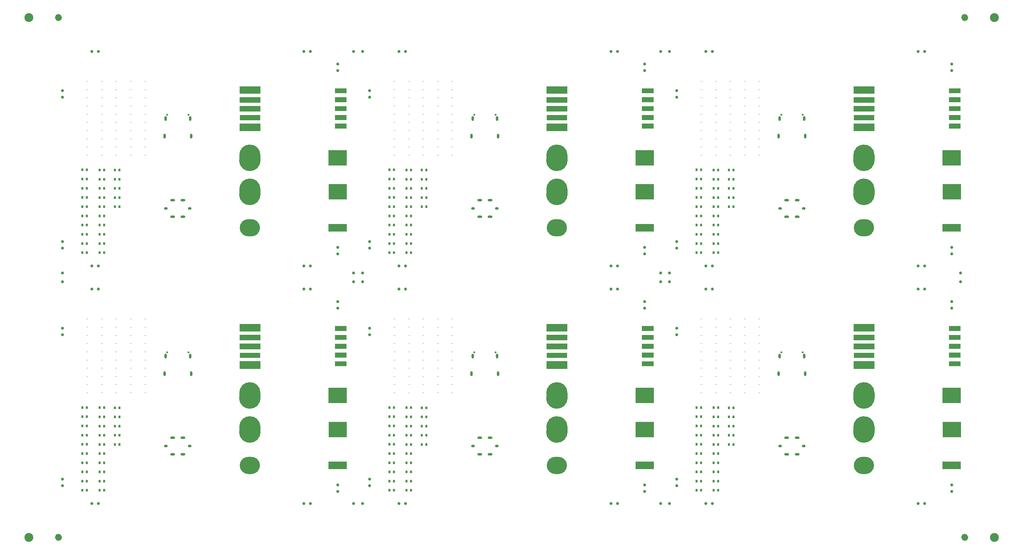
<source format=gbr>
%TF.GenerationSoftware,KiCad,Pcbnew,7.0.5*%
%TF.CreationDate,2023-08-22T12:35:02+01:00*%
%TF.ProjectId,PANELTEST141,50414e45-4c54-4455-9354-3134312e6b69,00.00*%
%TF.SameCoordinates,PX27b9fb5PYc4a79ca*%
%TF.FileFunction,Soldermask,Bot*%
%TF.FilePolarity,Negative*%
%FSLAX46Y46*%
G04 Gerber Fmt 4.6, Leading zero omitted, Abs format (unit mm)*
G04 Created by KiCad (PCBNEW 7.0.5) date 2023-08-22 12:35:02*
%MOMM*%
%LPD*%
G01*
G04 APERTURE LIST*
%ADD10C,0.100000*%
%ADD11C,3.580000*%
%ADD12C,3.605000*%
%ADD13C,1.200000*%
%ADD14C,0.150000*%
%ADD15C,2.905000*%
%ADD16C,1.000000*%
%ADD17C,0.650000*%
%ADD18O,0.800000X1.600000*%
%ADD19C,3.000000*%
%ADD20C,1.498600*%
%ADD21C,1.524000*%
%ADD22O,1.200000X0.900000*%
%ADD23O,1.600000X0.800000*%
%ADD24R,0.150000X0.200000*%
%ADD25R,0.762000X0.914400*%
G04 APERTURE END LIST*
G36*
X212869871Y145460377D02*
G01*
X216809871Y145460377D01*
X216809871Y143800377D01*
X212869871Y143800377D01*
X212869871Y145460377D01*
G37*
G36*
X314319871Y31520377D02*
G01*
X320479871Y31520377D01*
X320479871Y28960377D01*
X314319871Y28960377D01*
X314319871Y31520377D01*
G37*
G36*
X109269871Y145460377D02*
G01*
X113209871Y145460377D01*
X113209871Y143800377D01*
X109269871Y143800377D01*
X109269871Y145460377D01*
G37*
G36*
X109269871Y77240377D02*
G01*
X113209871Y77240377D01*
X113209871Y75580377D01*
X109269871Y75580377D01*
X109269871Y77240377D01*
G37*
G36*
X107119871Y56420377D02*
G01*
X113279871Y56420377D01*
X113279871Y51260377D01*
X107119871Y51260377D01*
X107119871Y56420377D01*
G37*
G36*
X212879871Y154360377D02*
G01*
X216819871Y154360377D01*
X216819871Y152700377D01*
X212879871Y152700377D01*
X212879871Y154360377D01*
G37*
G36*
X107119871Y111640377D02*
G01*
X113279871Y111640377D01*
X113279871Y109080377D01*
X107119871Y109080377D01*
X107119871Y111640377D01*
G37*
G36*
X316469871Y145460377D02*
G01*
X320409871Y145460377D01*
X320409871Y143800377D01*
X316469871Y143800377D01*
X316469871Y145460377D01*
G37*
G36*
X107119871Y31520377D02*
G01*
X113279871Y31520377D01*
X113279871Y28960377D01*
X107119871Y28960377D01*
X107119871Y31520377D01*
G37*
G36*
X212879871Y71240377D02*
G01*
X216819871Y71240377D01*
X216819871Y69580377D01*
X212879871Y69580377D01*
X212879871Y71240377D01*
G37*
G36*
X212869871Y65340377D02*
G01*
X216809871Y65340377D01*
X216809871Y63680377D01*
X212869871Y63680377D01*
X212869871Y65340377D01*
G37*
G36*
X314319871Y136540377D02*
G01*
X320479871Y136540377D01*
X320479871Y131380377D01*
X314319871Y131380377D01*
X314319871Y136540377D01*
G37*
G36*
X314319871Y56420377D02*
G01*
X320479871Y56420377D01*
X320479871Y51260377D01*
X314319871Y51260377D01*
X314319871Y56420377D01*
G37*
G36*
X316479871Y71240377D02*
G01*
X320419871Y71240377D01*
X320419871Y69580377D01*
X316479871Y69580377D01*
X316479871Y71240377D01*
G37*
G36*
X210769871Y44940377D02*
G01*
X216929871Y44940377D01*
X216929871Y39780377D01*
X210769871Y39780377D01*
X210769871Y44940377D01*
G37*
G36*
X212869871Y77240377D02*
G01*
X216809871Y77240377D01*
X216809871Y75580377D01*
X212869871Y75580377D01*
X212869871Y77240377D01*
G37*
G36*
X212869871Y157360377D02*
G01*
X216809871Y157360377D01*
X216809871Y155700377D01*
X212869871Y155700377D01*
X212869871Y157360377D01*
G37*
G36*
X109279871Y74240377D02*
G01*
X113219871Y74240377D01*
X113219871Y72580377D01*
X109279871Y72580377D01*
X109279871Y74240377D01*
G37*
G36*
X210719871Y56420377D02*
G01*
X216879871Y56420377D01*
X216879871Y51260377D01*
X210719871Y51260377D01*
X210719871Y56420377D01*
G37*
G36*
X210719871Y136540377D02*
G01*
X216879871Y136540377D01*
X216879871Y131380377D01*
X210719871Y131380377D01*
X210719871Y136540377D01*
G37*
G36*
X107169871Y44940377D02*
G01*
X113329871Y44940377D01*
X113329871Y39780377D01*
X107169871Y39780377D01*
X107169871Y44940377D01*
G37*
G36*
X316469871Y77240377D02*
G01*
X320409871Y77240377D01*
X320409871Y75580377D01*
X316469871Y75580377D01*
X316469871Y77240377D01*
G37*
G36*
X314369871Y44940377D02*
G01*
X320529871Y44940377D01*
X320529871Y39780377D01*
X314369871Y39780377D01*
X314369871Y44940377D01*
G37*
G36*
X314319871Y111640377D02*
G01*
X320479871Y111640377D01*
X320479871Y109080377D01*
X314319871Y109080377D01*
X314319871Y111640377D01*
G37*
G36*
X212879871Y151360377D02*
G01*
X216819871Y151360377D01*
X216819871Y149700377D01*
X212879871Y149700377D01*
X212879871Y151360377D01*
G37*
G36*
X109279871Y71240377D02*
G01*
X113219871Y71240377D01*
X113219871Y69580377D01*
X109279871Y69580377D01*
X109279871Y71240377D01*
G37*
G36*
X316469871Y65340377D02*
G01*
X320409871Y65340377D01*
X320409871Y63680377D01*
X316469871Y63680377D01*
X316469871Y65340377D01*
G37*
G36*
X314369871Y125060377D02*
G01*
X320529871Y125060377D01*
X320529871Y119900377D01*
X314369871Y119900377D01*
X314369871Y125060377D01*
G37*
G36*
X109279871Y68240377D02*
G01*
X113219871Y68240377D01*
X113219871Y66580377D01*
X109279871Y66580377D01*
X109279871Y68240377D01*
G37*
G36*
X316479871Y74240377D02*
G01*
X320419871Y74240377D01*
X320419871Y72580377D01*
X316479871Y72580377D01*
X316479871Y74240377D01*
G37*
G36*
X107169871Y125060377D02*
G01*
X113329871Y125060377D01*
X113329871Y119900377D01*
X107169871Y119900377D01*
X107169871Y125060377D01*
G37*
G36*
X109269871Y157360377D02*
G01*
X113209871Y157360377D01*
X113209871Y155700377D01*
X109269871Y155700377D01*
X109269871Y157360377D01*
G37*
G36*
X109269871Y65340377D02*
G01*
X113209871Y65340377D01*
X113209871Y63680377D01*
X109269871Y63680377D01*
X109269871Y65340377D01*
G37*
G36*
X316469871Y157360377D02*
G01*
X320409871Y157360377D01*
X320409871Y155700377D01*
X316469871Y155700377D01*
X316469871Y157360377D01*
G37*
G36*
X109279871Y148360377D02*
G01*
X113219871Y148360377D01*
X113219871Y146700377D01*
X109279871Y146700377D01*
X109279871Y148360377D01*
G37*
G36*
X212879871Y68240377D02*
G01*
X216819871Y68240377D01*
X216819871Y66580377D01*
X212879871Y66580377D01*
X212879871Y68240377D01*
G37*
G36*
X212879871Y74240377D02*
G01*
X216819871Y74240377D01*
X216819871Y72580377D01*
X212879871Y72580377D01*
X212879871Y74240377D01*
G37*
G36*
X316479871Y151360377D02*
G01*
X320419871Y151360377D01*
X320419871Y149700377D01*
X316479871Y149700377D01*
X316479871Y151360377D01*
G37*
G36*
X316479871Y148360377D02*
G01*
X320419871Y148360377D01*
X320419871Y146700377D01*
X316479871Y146700377D01*
X316479871Y148360377D01*
G37*
G36*
X210719871Y31520377D02*
G01*
X216879871Y31520377D01*
X216879871Y28960377D01*
X210719871Y28960377D01*
X210719871Y31520377D01*
G37*
G36*
X109279871Y151360377D02*
G01*
X113219871Y151360377D01*
X113219871Y149700377D01*
X109279871Y149700377D01*
X109279871Y151360377D01*
G37*
G36*
X316479871Y68240377D02*
G01*
X320419871Y68240377D01*
X320419871Y66580377D01*
X316479871Y66580377D01*
X316479871Y68240377D01*
G37*
G36*
X316479871Y154360377D02*
G01*
X320419871Y154360377D01*
X320419871Y152700377D01*
X316479871Y152700377D01*
X316479871Y154360377D01*
G37*
G36*
X210769871Y125060377D02*
G01*
X216929871Y125060377D01*
X216929871Y119900377D01*
X210769871Y119900377D01*
X210769871Y125060377D01*
G37*
G36*
X109279871Y154360377D02*
G01*
X113219871Y154360377D01*
X113219871Y152700377D01*
X109279871Y152700377D01*
X109279871Y154360377D01*
G37*
G36*
X210719871Y111640377D02*
G01*
X216879871Y111640377D01*
X216879871Y109080377D01*
X210719871Y109080377D01*
X210719871Y111640377D01*
G37*
G36*
X107119871Y136540377D02*
G01*
X113279871Y136540377D01*
X113279871Y131380377D01*
X107119871Y131380377D01*
X107119871Y136540377D01*
G37*
G36*
X212879871Y148360377D02*
G01*
X216819871Y148360377D01*
X216819871Y146700377D01*
X212879871Y146700377D01*
X212879871Y148360377D01*
G37*
D10*
%TO.C,TAB2*%
X77049889Y54742877D02*
X84109889Y54742877D01*
X84109889Y54742877D02*
X84109889Y52962877D01*
X84109889Y52962877D02*
X77049889Y52962877D01*
X77049889Y52962877D02*
X77049889Y54742877D01*
G36*
X77049889Y54742877D02*
G01*
X84109889Y54742877D01*
X84109889Y52962877D01*
X77049889Y52962877D01*
X77049889Y54742877D01*
G37*
D11*
X82369889Y54742877D02*
G75*
G03*
X82369889Y54742877I-1790000J0D01*
G01*
D12*
X82382389Y52962877D02*
G75*
G03*
X82382389Y52962877I-1802500J0D01*
G01*
D10*
%TO.C,TAB3*%
X180649889Y123392877D02*
X187709889Y123392877D01*
X187709889Y123392877D02*
X187709889Y121612877D01*
X187709889Y121612877D02*
X180649889Y121612877D01*
X180649889Y121612877D02*
X180649889Y123392877D01*
G36*
X180649889Y123392877D02*
G01*
X187709889Y123392877D01*
X187709889Y121612877D01*
X180649889Y121612877D01*
X180649889Y123392877D01*
G37*
D11*
X185969889Y123392877D02*
G75*
G03*
X185969889Y123392877I-1790000J0D01*
G01*
D12*
X185982389Y121612877D02*
G75*
G03*
X185982389Y121612877I-1802500J0D01*
G01*
D10*
X77049889Y43272877D02*
X84109889Y43272877D01*
X84109889Y43272877D02*
X84109889Y41492877D01*
X84109889Y41492877D02*
X77049889Y41492877D01*
X77049889Y41492877D02*
X77049889Y43272877D01*
G36*
X77049889Y43272877D02*
G01*
X84109889Y43272877D01*
X84109889Y41492877D01*
X77049889Y41492877D01*
X77049889Y43272877D01*
G37*
D11*
X82369889Y43272877D02*
G75*
G03*
X82369889Y43272877I-1790000J0D01*
G01*
D12*
X82382389Y41492877D02*
G75*
G03*
X82382389Y41492877I-1802500J0D01*
G01*
D10*
%TO.C,TAB1*%
X284309889Y65400377D02*
X291239889Y65400377D01*
X291239889Y65400377D02*
X291239889Y62890377D01*
X291239889Y62890377D02*
X284309889Y62890377D01*
X284309889Y62890377D02*
X284309889Y65400377D01*
G36*
X284309889Y65400377D02*
G01*
X291239889Y65400377D01*
X291239889Y62890377D01*
X284309889Y62890377D01*
X284309889Y65400377D01*
G37*
X284319889Y77890377D02*
X291239889Y77890377D01*
X291239889Y77890377D02*
X291239889Y75490377D01*
X291239889Y75490377D02*
X284319889Y75490377D01*
X284319889Y75490377D02*
X284319889Y77890377D01*
G36*
X284319889Y77890377D02*
G01*
X291239889Y77890377D01*
X291239889Y75490377D01*
X284319889Y75490377D01*
X284319889Y77890377D01*
G37*
X284319889Y74290377D02*
X291239889Y74290377D01*
X291239889Y74290377D02*
X291239889Y72490377D01*
X291239889Y72490377D02*
X284319889Y72490377D01*
X284319889Y72490377D02*
X284319889Y74290377D01*
G36*
X284319889Y74290377D02*
G01*
X291239889Y74290377D01*
X291239889Y72490377D01*
X284319889Y72490377D01*
X284319889Y74290377D01*
G37*
X284319889Y71290377D02*
X291239889Y71290377D01*
X291239889Y71290377D02*
X291239889Y69490377D01*
X291239889Y69490377D02*
X284319889Y69490377D01*
X284319889Y69490377D02*
X284319889Y71290377D01*
G36*
X284319889Y71290377D02*
G01*
X291239889Y71290377D01*
X291239889Y69490377D01*
X284319889Y69490377D01*
X284319889Y71290377D01*
G37*
X291179889Y68220377D02*
X284379889Y68220377D01*
X284379889Y68220377D02*
X284379889Y66560377D01*
X284379889Y66560377D02*
X291179889Y66560377D01*
X291179889Y66560377D02*
X291179889Y68220377D01*
G36*
X291179889Y68220377D02*
G01*
X284379889Y68220377D01*
X284379889Y66560377D01*
X291179889Y66560377D01*
X291179889Y68220377D01*
G37*
%TO.C,TAB2*%
X180649889Y134862877D02*
X187709889Y134862877D01*
X187709889Y134862877D02*
X187709889Y133082877D01*
X187709889Y133082877D02*
X180649889Y133082877D01*
X180649889Y133082877D02*
X180649889Y134862877D01*
G36*
X180649889Y134862877D02*
G01*
X187709889Y134862877D01*
X187709889Y133082877D01*
X180649889Y133082877D01*
X180649889Y134862877D01*
G37*
D11*
X185969889Y134862877D02*
G75*
G03*
X185969889Y134862877I-1790000J0D01*
G01*
D12*
X185982389Y133082877D02*
G75*
G03*
X185982389Y133082877I-1802500J0D01*
G01*
%TO.C,REF\u002A\u002A*%
D13*
X16599871Y181230377D02*
G75*
G03*
X16599871Y181230377I-600000J0D01*
G01*
X322399871Y181230377D02*
G75*
G03*
X322399871Y181230377I-600000J0D01*
G01*
D10*
%TO.C,TAB2*%
X284249889Y54742877D02*
X291309889Y54742877D01*
X291309889Y54742877D02*
X291309889Y52962877D01*
X291309889Y52962877D02*
X284249889Y52962877D01*
X284249889Y52962877D02*
X284249889Y54742877D01*
G36*
X284249889Y54742877D02*
G01*
X291309889Y54742877D01*
X291309889Y52962877D01*
X284249889Y52962877D01*
X284249889Y54742877D01*
G37*
D11*
X289569889Y54742877D02*
G75*
G03*
X289569889Y54742877I-1790000J0D01*
G01*
D12*
X289582389Y52962877D02*
G75*
G03*
X289582389Y52962877I-1802500J0D01*
G01*
D10*
X77049889Y134862877D02*
X84109889Y134862877D01*
X84109889Y134862877D02*
X84109889Y133082877D01*
X84109889Y133082877D02*
X77049889Y133082877D01*
X77049889Y133082877D02*
X77049889Y134862877D01*
G36*
X77049889Y134862877D02*
G01*
X84109889Y134862877D01*
X84109889Y133082877D01*
X77049889Y133082877D01*
X77049889Y134862877D01*
G37*
D11*
X82369889Y134862877D02*
G75*
G03*
X82369889Y134862877I-1790000J0D01*
G01*
D12*
X82382389Y133082877D02*
G75*
G03*
X82382389Y133082877I-1802500J0D01*
G01*
D14*
%TO.C,TAB4*%
X80049889Y113190377D02*
X81109889Y113190377D01*
X81109889Y113190377D02*
X81109889Y107530377D01*
X81109889Y107530377D02*
X80049889Y107530377D01*
X80049889Y107530377D02*
X80049889Y113190377D01*
G36*
X80049889Y113190377D02*
G01*
X81109889Y113190377D01*
X81109889Y107530377D01*
X80049889Y107530377D01*
X80049889Y113190377D01*
G37*
D15*
X81502389Y110360377D02*
G75*
G03*
X81502389Y110360377I-1452500J0D01*
G01*
X82562389Y110360377D02*
G75*
G03*
X82562389Y110360377I-1452500J0D01*
G01*
D14*
X183649889Y33070377D02*
X184709889Y33070377D01*
X184709889Y33070377D02*
X184709889Y27410377D01*
X184709889Y27410377D02*
X183649889Y27410377D01*
X183649889Y27410377D02*
X183649889Y33070377D01*
G36*
X183649889Y33070377D02*
G01*
X184709889Y33070377D01*
X184709889Y27410377D01*
X183649889Y27410377D01*
X183649889Y33070377D01*
G37*
D15*
X185102389Y30240377D02*
G75*
G03*
X185102389Y30240377I-1452500J0D01*
G01*
X186162389Y30240377D02*
G75*
G03*
X186162389Y30240377I-1452500J0D01*
G01*
D10*
%TO.C,TAB1*%
X180709889Y145520377D02*
X187639889Y145520377D01*
X187639889Y145520377D02*
X187639889Y143010377D01*
X187639889Y143010377D02*
X180709889Y143010377D01*
X180709889Y143010377D02*
X180709889Y145520377D01*
G36*
X180709889Y145520377D02*
G01*
X187639889Y145520377D01*
X187639889Y143010377D01*
X180709889Y143010377D01*
X180709889Y145520377D01*
G37*
X180719889Y158010377D02*
X187639889Y158010377D01*
X187639889Y158010377D02*
X187639889Y155610377D01*
X187639889Y155610377D02*
X180719889Y155610377D01*
X180719889Y155610377D02*
X180719889Y158010377D01*
G36*
X180719889Y158010377D02*
G01*
X187639889Y158010377D01*
X187639889Y155610377D01*
X180719889Y155610377D01*
X180719889Y158010377D01*
G37*
X180719889Y154410377D02*
X187639889Y154410377D01*
X187639889Y154410377D02*
X187639889Y152610377D01*
X187639889Y152610377D02*
X180719889Y152610377D01*
X180719889Y152610377D02*
X180719889Y154410377D01*
G36*
X180719889Y154410377D02*
G01*
X187639889Y154410377D01*
X187639889Y152610377D01*
X180719889Y152610377D01*
X180719889Y154410377D01*
G37*
X180719889Y151410377D02*
X187639889Y151410377D01*
X187639889Y151410377D02*
X187639889Y149610377D01*
X187639889Y149610377D02*
X180719889Y149610377D01*
X180719889Y149610377D02*
X180719889Y151410377D01*
G36*
X180719889Y151410377D02*
G01*
X187639889Y151410377D01*
X187639889Y149610377D01*
X180719889Y149610377D01*
X180719889Y151410377D01*
G37*
X187579889Y148340377D02*
X180779889Y148340377D01*
X180779889Y148340377D02*
X180779889Y146680377D01*
X180779889Y146680377D02*
X187579889Y146680377D01*
X187579889Y146680377D02*
X187579889Y148340377D01*
G36*
X187579889Y148340377D02*
G01*
X180779889Y148340377D01*
X180779889Y146680377D01*
X187579889Y146680377D01*
X187579889Y148340377D01*
G37*
%TO.C,REF\u002A\u002A*%
D13*
X322399871Y5990377D02*
G75*
G03*
X322399871Y5990377I-600000J0D01*
G01*
D10*
%TO.C,TAB1*%
X180709889Y65400377D02*
X187639889Y65400377D01*
X187639889Y65400377D02*
X187639889Y62890377D01*
X187639889Y62890377D02*
X180709889Y62890377D01*
X180709889Y62890377D02*
X180709889Y65400377D01*
G36*
X180709889Y65400377D02*
G01*
X187639889Y65400377D01*
X187639889Y62890377D01*
X180709889Y62890377D01*
X180709889Y65400377D01*
G37*
X180719889Y77890377D02*
X187639889Y77890377D01*
X187639889Y77890377D02*
X187639889Y75490377D01*
X187639889Y75490377D02*
X180719889Y75490377D01*
X180719889Y75490377D02*
X180719889Y77890377D01*
G36*
X180719889Y77890377D02*
G01*
X187639889Y77890377D01*
X187639889Y75490377D01*
X180719889Y75490377D01*
X180719889Y77890377D01*
G37*
X180719889Y74290377D02*
X187639889Y74290377D01*
X187639889Y74290377D02*
X187639889Y72490377D01*
X187639889Y72490377D02*
X180719889Y72490377D01*
X180719889Y72490377D02*
X180719889Y74290377D01*
G36*
X180719889Y74290377D02*
G01*
X187639889Y74290377D01*
X187639889Y72490377D01*
X180719889Y72490377D01*
X180719889Y74290377D01*
G37*
X180719889Y71290377D02*
X187639889Y71290377D01*
X187639889Y71290377D02*
X187639889Y69490377D01*
X187639889Y69490377D02*
X180719889Y69490377D01*
X180719889Y69490377D02*
X180719889Y71290377D01*
G36*
X180719889Y71290377D02*
G01*
X187639889Y71290377D01*
X187639889Y69490377D01*
X180719889Y69490377D01*
X180719889Y71290377D01*
G37*
X187579889Y68220377D02*
X180779889Y68220377D01*
X180779889Y68220377D02*
X180779889Y66560377D01*
X180779889Y66560377D02*
X187579889Y66560377D01*
X187579889Y66560377D02*
X187579889Y68220377D01*
G36*
X187579889Y68220377D02*
G01*
X180779889Y68220377D01*
X180779889Y66560377D01*
X187579889Y66560377D01*
X187579889Y68220377D01*
G37*
%TO.C,TAB3*%
X77049889Y123392877D02*
X84109889Y123392877D01*
X84109889Y123392877D02*
X84109889Y121612877D01*
X84109889Y121612877D02*
X77049889Y121612877D01*
X77049889Y121612877D02*
X77049889Y123392877D01*
G36*
X77049889Y123392877D02*
G01*
X84109889Y123392877D01*
X84109889Y121612877D01*
X77049889Y121612877D01*
X77049889Y123392877D01*
G37*
D11*
X82369889Y123392877D02*
G75*
G03*
X82369889Y123392877I-1790000J0D01*
G01*
D12*
X82382389Y121612877D02*
G75*
G03*
X82382389Y121612877I-1802500J0D01*
G01*
D10*
X284249889Y123392877D02*
X291309889Y123392877D01*
X291309889Y123392877D02*
X291309889Y121612877D01*
X291309889Y121612877D02*
X284249889Y121612877D01*
X284249889Y121612877D02*
X284249889Y123392877D01*
G36*
X284249889Y123392877D02*
G01*
X291309889Y123392877D01*
X291309889Y121612877D01*
X284249889Y121612877D01*
X284249889Y123392877D01*
G37*
D11*
X289569889Y123392877D02*
G75*
G03*
X289569889Y123392877I-1790000J0D01*
G01*
D12*
X289582389Y121612877D02*
G75*
G03*
X289582389Y121612877I-1802500J0D01*
G01*
D10*
%TO.C,TAB1*%
X77109889Y145520377D02*
X84039889Y145520377D01*
X84039889Y145520377D02*
X84039889Y143010377D01*
X84039889Y143010377D02*
X77109889Y143010377D01*
X77109889Y143010377D02*
X77109889Y145520377D01*
G36*
X77109889Y145520377D02*
G01*
X84039889Y145520377D01*
X84039889Y143010377D01*
X77109889Y143010377D01*
X77109889Y145520377D01*
G37*
X77119889Y158010377D02*
X84039889Y158010377D01*
X84039889Y158010377D02*
X84039889Y155610377D01*
X84039889Y155610377D02*
X77119889Y155610377D01*
X77119889Y155610377D02*
X77119889Y158010377D01*
G36*
X77119889Y158010377D02*
G01*
X84039889Y158010377D01*
X84039889Y155610377D01*
X77119889Y155610377D01*
X77119889Y158010377D01*
G37*
X77119889Y154410377D02*
X84039889Y154410377D01*
X84039889Y154410377D02*
X84039889Y152610377D01*
X84039889Y152610377D02*
X77119889Y152610377D01*
X77119889Y152610377D02*
X77119889Y154410377D01*
G36*
X77119889Y154410377D02*
G01*
X84039889Y154410377D01*
X84039889Y152610377D01*
X77119889Y152610377D01*
X77119889Y154410377D01*
G37*
X77119889Y151410377D02*
X84039889Y151410377D01*
X84039889Y151410377D02*
X84039889Y149610377D01*
X84039889Y149610377D02*
X77119889Y149610377D01*
X77119889Y149610377D02*
X77119889Y151410377D01*
G36*
X77119889Y151410377D02*
G01*
X84039889Y151410377D01*
X84039889Y149610377D01*
X77119889Y149610377D01*
X77119889Y151410377D01*
G37*
X83979889Y148340377D02*
X77179889Y148340377D01*
X77179889Y148340377D02*
X77179889Y146680377D01*
X77179889Y146680377D02*
X83979889Y146680377D01*
X83979889Y146680377D02*
X83979889Y148340377D01*
G36*
X83979889Y148340377D02*
G01*
X77179889Y148340377D01*
X77179889Y146680377D01*
X83979889Y146680377D01*
X83979889Y148340377D01*
G37*
%TO.C,TAB2*%
X284249889Y134862877D02*
X291309889Y134862877D01*
X291309889Y134862877D02*
X291309889Y133082877D01*
X291309889Y133082877D02*
X284249889Y133082877D01*
X284249889Y133082877D02*
X284249889Y134862877D01*
G36*
X284249889Y134862877D02*
G01*
X291309889Y134862877D01*
X291309889Y133082877D01*
X284249889Y133082877D01*
X284249889Y134862877D01*
G37*
D11*
X289569889Y134862877D02*
G75*
G03*
X289569889Y134862877I-1790000J0D01*
G01*
D12*
X289582389Y133082877D02*
G75*
G03*
X289582389Y133082877I-1802500J0D01*
G01*
D14*
%TO.C,TAB4*%
X183649889Y113190377D02*
X184709889Y113190377D01*
X184709889Y113190377D02*
X184709889Y107530377D01*
X184709889Y107530377D02*
X183649889Y107530377D01*
X183649889Y107530377D02*
X183649889Y113190377D01*
G36*
X183649889Y113190377D02*
G01*
X184709889Y113190377D01*
X184709889Y107530377D01*
X183649889Y107530377D01*
X183649889Y113190377D01*
G37*
D15*
X185102389Y110360377D02*
G75*
G03*
X185102389Y110360377I-1452500J0D01*
G01*
X186162389Y110360377D02*
G75*
G03*
X186162389Y110360377I-1452500J0D01*
G01*
D10*
%TO.C,TAB1*%
X77109889Y65400377D02*
X84039889Y65400377D01*
X84039889Y65400377D02*
X84039889Y62890377D01*
X84039889Y62890377D02*
X77109889Y62890377D01*
X77109889Y62890377D02*
X77109889Y65400377D01*
G36*
X77109889Y65400377D02*
G01*
X84039889Y65400377D01*
X84039889Y62890377D01*
X77109889Y62890377D01*
X77109889Y65400377D01*
G37*
X77119889Y77890377D02*
X84039889Y77890377D01*
X84039889Y77890377D02*
X84039889Y75490377D01*
X84039889Y75490377D02*
X77119889Y75490377D01*
X77119889Y75490377D02*
X77119889Y77890377D01*
G36*
X77119889Y77890377D02*
G01*
X84039889Y77890377D01*
X84039889Y75490377D01*
X77119889Y75490377D01*
X77119889Y77890377D01*
G37*
X77119889Y74290377D02*
X84039889Y74290377D01*
X84039889Y74290377D02*
X84039889Y72490377D01*
X84039889Y72490377D02*
X77119889Y72490377D01*
X77119889Y72490377D02*
X77119889Y74290377D01*
G36*
X77119889Y74290377D02*
G01*
X84039889Y74290377D01*
X84039889Y72490377D01*
X77119889Y72490377D01*
X77119889Y74290377D01*
G37*
X77119889Y71290377D02*
X84039889Y71290377D01*
X84039889Y71290377D02*
X84039889Y69490377D01*
X84039889Y69490377D02*
X77119889Y69490377D01*
X77119889Y69490377D02*
X77119889Y71290377D01*
G36*
X77119889Y71290377D02*
G01*
X84039889Y71290377D01*
X84039889Y69490377D01*
X77119889Y69490377D01*
X77119889Y71290377D01*
G37*
X83979889Y68220377D02*
X77179889Y68220377D01*
X77179889Y68220377D02*
X77179889Y66560377D01*
X77179889Y66560377D02*
X83979889Y66560377D01*
X83979889Y66560377D02*
X83979889Y68220377D01*
G36*
X83979889Y68220377D02*
G01*
X77179889Y68220377D01*
X77179889Y66560377D01*
X83979889Y66560377D01*
X83979889Y68220377D01*
G37*
%TO.C,TAB3*%
X180649889Y43272877D02*
X187709889Y43272877D01*
X187709889Y43272877D02*
X187709889Y41492877D01*
X187709889Y41492877D02*
X180649889Y41492877D01*
X180649889Y41492877D02*
X180649889Y43272877D01*
G36*
X180649889Y43272877D02*
G01*
X187709889Y43272877D01*
X187709889Y41492877D01*
X180649889Y41492877D01*
X180649889Y43272877D01*
G37*
D11*
X185969889Y43272877D02*
G75*
G03*
X185969889Y43272877I-1790000J0D01*
G01*
D12*
X185982389Y41492877D02*
G75*
G03*
X185982389Y41492877I-1802500J0D01*
G01*
D10*
X284249889Y43272877D02*
X291309889Y43272877D01*
X291309889Y43272877D02*
X291309889Y41492877D01*
X291309889Y41492877D02*
X284249889Y41492877D01*
X284249889Y41492877D02*
X284249889Y43272877D01*
G36*
X284249889Y43272877D02*
G01*
X291309889Y43272877D01*
X291309889Y41492877D01*
X284249889Y41492877D01*
X284249889Y43272877D01*
G37*
D11*
X289569889Y43272877D02*
G75*
G03*
X289569889Y43272877I-1790000J0D01*
G01*
D12*
X289582389Y41492877D02*
G75*
G03*
X289582389Y41492877I-1802500J0D01*
G01*
D10*
%TO.C,TAB2*%
X180649889Y54742877D02*
X187709889Y54742877D01*
X187709889Y54742877D02*
X187709889Y52962877D01*
X187709889Y52962877D02*
X180649889Y52962877D01*
X180649889Y52962877D02*
X180649889Y54742877D01*
G36*
X180649889Y54742877D02*
G01*
X187709889Y54742877D01*
X187709889Y52962877D01*
X180649889Y52962877D01*
X180649889Y54742877D01*
G37*
D11*
X185969889Y54742877D02*
G75*
G03*
X185969889Y54742877I-1790000J0D01*
G01*
D12*
X185982389Y52962877D02*
G75*
G03*
X185982389Y52962877I-1802500J0D01*
G01*
D14*
%TO.C,TAB4*%
X287249889Y113190377D02*
X288309889Y113190377D01*
X288309889Y113190377D02*
X288309889Y107530377D01*
X288309889Y107530377D02*
X287249889Y107530377D01*
X287249889Y107530377D02*
X287249889Y113190377D01*
G36*
X287249889Y113190377D02*
G01*
X288309889Y113190377D01*
X288309889Y107530377D01*
X287249889Y107530377D01*
X287249889Y113190377D01*
G37*
D15*
X288702389Y110360377D02*
G75*
G03*
X288702389Y110360377I-1452500J0D01*
G01*
X289762389Y110360377D02*
G75*
G03*
X289762389Y110360377I-1452500J0D01*
G01*
D14*
X80049889Y33070377D02*
X81109889Y33070377D01*
X81109889Y33070377D02*
X81109889Y27410377D01*
X81109889Y27410377D02*
X80049889Y27410377D01*
X80049889Y27410377D02*
X80049889Y33070377D01*
G36*
X80049889Y33070377D02*
G01*
X81109889Y33070377D01*
X81109889Y27410377D01*
X80049889Y27410377D01*
X80049889Y33070377D01*
G37*
D15*
X81502389Y30240377D02*
G75*
G03*
X81502389Y30240377I-1452500J0D01*
G01*
X82562389Y30240377D02*
G75*
G03*
X82562389Y30240377I-1452500J0D01*
G01*
D10*
%TO.C,TAB1*%
X284309889Y145520377D02*
X291239889Y145520377D01*
X291239889Y145520377D02*
X291239889Y143010377D01*
X291239889Y143010377D02*
X284309889Y143010377D01*
X284309889Y143010377D02*
X284309889Y145520377D01*
G36*
X284309889Y145520377D02*
G01*
X291239889Y145520377D01*
X291239889Y143010377D01*
X284309889Y143010377D01*
X284309889Y145520377D01*
G37*
X284319889Y158010377D02*
X291239889Y158010377D01*
X291239889Y158010377D02*
X291239889Y155610377D01*
X291239889Y155610377D02*
X284319889Y155610377D01*
X284319889Y155610377D02*
X284319889Y158010377D01*
G36*
X284319889Y158010377D02*
G01*
X291239889Y158010377D01*
X291239889Y155610377D01*
X284319889Y155610377D01*
X284319889Y158010377D01*
G37*
X284319889Y154410377D02*
X291239889Y154410377D01*
X291239889Y154410377D02*
X291239889Y152610377D01*
X291239889Y152610377D02*
X284319889Y152610377D01*
X284319889Y152610377D02*
X284319889Y154410377D01*
G36*
X284319889Y154410377D02*
G01*
X291239889Y154410377D01*
X291239889Y152610377D01*
X284319889Y152610377D01*
X284319889Y154410377D01*
G37*
X284319889Y151410377D02*
X291239889Y151410377D01*
X291239889Y151410377D02*
X291239889Y149610377D01*
X291239889Y149610377D02*
X284319889Y149610377D01*
X284319889Y149610377D02*
X284319889Y151410377D01*
G36*
X284319889Y151410377D02*
G01*
X291239889Y151410377D01*
X291239889Y149610377D01*
X284319889Y149610377D01*
X284319889Y151410377D01*
G37*
X291179889Y148340377D02*
X284379889Y148340377D01*
X284379889Y148340377D02*
X284379889Y146680377D01*
X284379889Y146680377D02*
X291179889Y146680377D01*
X291179889Y146680377D02*
X291179889Y148340377D01*
G36*
X291179889Y148340377D02*
G01*
X284379889Y148340377D01*
X284379889Y146680377D01*
X291179889Y146680377D01*
X291179889Y148340377D01*
G37*
%TO.C,REF\u002A\u002A*%
D13*
X16599871Y5990377D02*
G75*
G03*
X16599871Y5990377I-600000J0D01*
G01*
D14*
%TO.C,TAB4*%
X287249889Y33070377D02*
X288309889Y33070377D01*
X288309889Y33070377D02*
X288309889Y27410377D01*
X288309889Y27410377D02*
X287249889Y27410377D01*
X287249889Y27410377D02*
X287249889Y33070377D01*
G36*
X287249889Y33070377D02*
G01*
X288309889Y33070377D01*
X288309889Y27410377D01*
X287249889Y27410377D01*
X287249889Y33070377D01*
G37*
D15*
X288702389Y30240377D02*
G75*
G03*
X288702389Y30240377I-1452500J0D01*
G01*
X289762389Y30240377D02*
G75*
G03*
X289762389Y30240377I-1452500J0D01*
G01*
%TD*%
D16*
%TO.C,REF\u002A\u002A*%
X110199871Y165580377D03*
%TD*%
%TO.C,REF\u002A\u002A*%
X202449871Y169830377D03*
%TD*%
%TO.C,REF\u002A\u002A*%
X120999871Y25590377D03*
%TD*%
D17*
%TO.C,J1*%
X52691489Y68327035D03*
X59891489Y68327035D03*
D18*
X52161489Y67077035D03*
X60421489Y67077035D03*
X60781489Y61127035D03*
X51801489Y61127035D03*
%TD*%
D16*
%TO.C,REF\u002A\u002A*%
X120999871Y76480377D03*
%TD*%
%TO.C,REF\u002A\u002A*%
X219199871Y92110377D03*
%TD*%
D19*
%TO.C,REF\u002A\u002A*%
X5999871Y181230377D03*
%TD*%
D16*
%TO.C,REF\u002A\u002A*%
X213799871Y103760377D03*
%TD*%
%TO.C,REF\u002A\u002A*%
X120999871Y156600377D03*
%TD*%
%TO.C,REF\u002A\u002A*%
X222199871Y169830377D03*
%TD*%
%TO.C,REF\u002A\u002A*%
X224599871Y156600377D03*
%TD*%
%TO.C,REF\u002A\u002A*%
X17399871Y103510377D03*
%TD*%
%TO.C,REF\u002A\u002A*%
X219199871Y95110377D03*
%TD*%
D17*
%TO.C,J1*%
X259891489Y68327035D03*
X267091489Y68327035D03*
D18*
X259361489Y67077035D03*
X267621489Y67077035D03*
X267981489Y61127035D03*
X259001489Y61127035D03*
%TD*%
D16*
%TO.C,REF\u002A\u002A*%
X101049871Y97510377D03*
%TD*%
%TO.C,REF\u002A\u002A*%
X213799871Y83260377D03*
%TD*%
D17*
%TO.C,J1*%
X156291489Y68327035D03*
X163491489Y68327035D03*
D18*
X155761489Y67077035D03*
X164021489Y67077035D03*
X164381489Y61127035D03*
X155401489Y61127035D03*
%TD*%
D16*
%TO.C,REF\u002A\u002A*%
X115599871Y92110377D03*
%TD*%
%TO.C,REF\u002A\u002A*%
X234469871Y89710377D03*
%TD*%
%TO.C,REF\u002A\u002A*%
X317399871Y23640377D03*
%TD*%
%TO.C,REF\u002A\u002A*%
X133069871Y97510377D03*
%TD*%
%TO.C,REF\u002A\u002A*%
X213799871Y21440377D03*
%TD*%
%TO.C,REF\u002A\u002A*%
X236669871Y97510377D03*
%TD*%
D20*
%TO.C,TAB1*%
X285214889Y76450377D03*
X285214889Y73410377D03*
X285214889Y70380377D03*
X285214889Y67380377D03*
X285214889Y64510377D03*
D21*
X286879889Y76450377D03*
X286879889Y73410377D03*
X286879889Y70380377D03*
X286879889Y67380377D03*
X286879889Y64510377D03*
X288679889Y76450377D03*
X288679889Y73410377D03*
X288679889Y70380377D03*
X288679889Y67380377D03*
X288679889Y64510377D03*
D20*
X290344889Y76450377D03*
X290344889Y73410377D03*
X290344889Y70380377D03*
X290344889Y67380377D03*
X290344889Y64510377D03*
%TD*%
D16*
%TO.C,REF\u002A\u002A*%
X317399871Y163380377D03*
%TD*%
%TO.C,REF\u002A\u002A*%
X224599871Y105710377D03*
%TD*%
%TO.C,REF\u002A\u002A*%
X213799871Y85460377D03*
%TD*%
%TO.C,REF\u002A\u002A*%
X222199871Y95110377D03*
%TD*%
D22*
%TO.C,J2*%
X155881497Y116867041D03*
D23*
X158141489Y119667041D03*
X158141489Y114067041D03*
X161641489Y119667041D03*
X161641489Y114067041D03*
D22*
X163901481Y116867041D03*
%TD*%
D16*
%TO.C,REF\u002A\u002A*%
X224599871Y76480377D03*
%TD*%
D22*
%TO.C,J2*%
X52281497Y116867041D03*
D23*
X54541489Y119667041D03*
X54541489Y114067041D03*
X58041489Y119667041D03*
X58041489Y114067041D03*
D22*
X60301481Y116867041D03*
%TD*%
%TO.C,J2*%
X52281497Y36747041D03*
D23*
X54541489Y39547041D03*
X54541489Y33947041D03*
X58041489Y39547041D03*
X58041489Y33947041D03*
D22*
X60301481Y36747041D03*
%TD*%
D16*
%TO.C,REF\u002A\u002A*%
X98849871Y169830377D03*
%TD*%
%TO.C,REF\u002A\u002A*%
X17399871Y23390377D03*
%TD*%
%TO.C,REF\u002A\u002A*%
X224599871Y103510377D03*
%TD*%
%TO.C,REF\u002A\u002A*%
X213799871Y23640377D03*
%TD*%
%TO.C,REF\u002A\u002A*%
X98849871Y97510377D03*
%TD*%
%TO.C,REF\u002A\u002A*%
X118599871Y95110377D03*
%TD*%
%TO.C,REF\u002A\u002A*%
X133069871Y17390377D03*
%TD*%
%TO.C,REF\u002A\u002A*%
X101049871Y89710377D03*
%TD*%
%TO.C,REF\u002A\u002A*%
X222199871Y17390377D03*
%TD*%
D17*
%TO.C,J1*%
X259891489Y148447035D03*
X267091489Y148447035D03*
D18*
X259361489Y147197035D03*
X267621489Y147197035D03*
X267981489Y141247035D03*
X259001489Y141247035D03*
%TD*%
D16*
%TO.C,REF\u002A\u002A*%
X204649871Y169830377D03*
%TD*%
%TO.C,REF\u002A\u002A*%
X17399871Y74280377D03*
%TD*%
%TO.C,REF\u002A\u002A*%
X224599871Y74280377D03*
%TD*%
%TO.C,REF\u002A\u002A*%
X17399871Y25590377D03*
%TD*%
D22*
%TO.C,J2*%
X259481497Y116867041D03*
D23*
X261741489Y119667041D03*
X261741489Y114067041D03*
X265241489Y119667041D03*
X265241489Y114067041D03*
D22*
X267501481Y116867041D03*
%TD*%
D16*
%TO.C,REF\u002A\u002A*%
X213799871Y163380377D03*
%TD*%
%TO.C,REF\u002A\u002A*%
X308249871Y89710377D03*
%TD*%
%TO.C,REF\u002A\u002A*%
X118599871Y17390377D03*
%TD*%
%TO.C,REF\u002A\u002A*%
X27269871Y97510377D03*
%TD*%
%TO.C,REF\u002A\u002A*%
X27269871Y169830377D03*
%TD*%
%TO.C,REF\u002A\u002A*%
X115599871Y92110377D03*
%TD*%
%TO.C,REF\u002A\u002A*%
X236669871Y89710377D03*
%TD*%
%TO.C,REF\u002A\u002A*%
X219199871Y17390377D03*
%TD*%
%TO.C,REF\u002A\u002A*%
X320399871Y95110377D03*
%TD*%
%TO.C,REF\u002A\u002A*%
X222199871Y95110377D03*
%TD*%
D22*
%TO.C,J2*%
X259481497Y36747041D03*
D23*
X261741489Y39547041D03*
X261741489Y33947041D03*
X265241489Y39547041D03*
X265241489Y33947041D03*
D22*
X267501481Y36747041D03*
%TD*%
D16*
%TO.C,REF\u002A\u002A*%
X234469871Y17390377D03*
%TD*%
%TO.C,REF\u002A\u002A*%
X202449871Y89710377D03*
%TD*%
%TO.C,REF\u002A\u002A*%
X204649871Y89710377D03*
%TD*%
%TO.C,REF\u002A\u002A*%
X317399871Y83260377D03*
%TD*%
%TO.C,REF\u002A\u002A*%
X222199871Y92110377D03*
%TD*%
%TO.C,REF\u002A\u002A*%
X110199871Y23640377D03*
%TD*%
%TO.C,REF\u002A\u002A*%
X17399871Y92110377D03*
%TD*%
%TO.C,REF\u002A\u002A*%
X118599871Y95110377D03*
%TD*%
%TO.C,REF\u002A\u002A*%
X213799871Y165580377D03*
%TD*%
%TO.C,REF\u002A\u002A*%
X317399871Y85460377D03*
%TD*%
%TO.C,REF\u002A\u002A*%
X98849871Y89710377D03*
%TD*%
D19*
%TO.C,REF\u002A\u002A*%
X5999871Y5990377D03*
%TD*%
D16*
%TO.C,REF\u002A\u002A*%
X17399871Y105710377D03*
%TD*%
%TO.C,REF\u002A\u002A*%
X224599871Y154400377D03*
%TD*%
%TO.C,REF\u002A\u002A*%
X120999871Y23390377D03*
%TD*%
%TO.C,REF\u002A\u002A*%
X17399871Y156600377D03*
%TD*%
%TO.C,REF\u002A\u002A*%
X224599871Y23390377D03*
%TD*%
%TO.C,REF\u002A\u002A*%
X110199871Y163380377D03*
%TD*%
D19*
%TO.C,REF\u002A\u002A*%
X331799871Y5990377D03*
%TD*%
D16*
%TO.C,REF\u002A\u002A*%
X29469871Y169830377D03*
%TD*%
%TO.C,REF\u002A\u002A*%
X120999871Y154400377D03*
%TD*%
%TO.C,REF\u002A\u002A*%
X219199871Y95110377D03*
%TD*%
%TO.C,REF\u002A\u002A*%
X306049871Y17390377D03*
%TD*%
%TO.C,REF\u002A\u002A*%
X308249871Y169830377D03*
%TD*%
%TO.C,REF\u002A\u002A*%
X306049871Y169830377D03*
%TD*%
D19*
%TO.C,REF\u002A\u002A*%
X331799871Y181230377D03*
%TD*%
D20*
%TO.C,TAB1*%
X181614889Y156570377D03*
X181614889Y153530377D03*
X181614889Y150500377D03*
X181614889Y147500377D03*
X181614889Y144630377D03*
D21*
X183279889Y156570377D03*
X183279889Y153530377D03*
X183279889Y150500377D03*
X183279889Y147500377D03*
X183279889Y144630377D03*
X185079889Y156570377D03*
X185079889Y153530377D03*
X185079889Y150500377D03*
X185079889Y147500377D03*
X185079889Y144630377D03*
D20*
X186744889Y156570377D03*
X186744889Y153530377D03*
X186744889Y150500377D03*
X186744889Y147500377D03*
X186744889Y144630377D03*
%TD*%
D16*
%TO.C,REF\u002A\u002A*%
X133069871Y169830377D03*
%TD*%
%TO.C,REF\u002A\u002A*%
X27269871Y89710377D03*
%TD*%
%TO.C,REF\u002A\u002A*%
X224599871Y25590377D03*
%TD*%
%TO.C,REF\u002A\u002A*%
X120999871Y74280377D03*
%TD*%
%TO.C,REF\u002A\u002A*%
X115599871Y169830377D03*
%TD*%
%TO.C,REF\u002A\u002A*%
X130869871Y17390377D03*
%TD*%
%TO.C,REF\u002A\u002A*%
X236669871Y17390377D03*
%TD*%
%TO.C,REF\u002A\u002A*%
X29469871Y97510377D03*
%TD*%
%TO.C,REF\u002A\u002A*%
X115599871Y17390377D03*
%TD*%
%TO.C,REF\u002A\u002A*%
X320399871Y92110377D03*
%TD*%
D22*
%TO.C,J2*%
X155881497Y36747041D03*
D23*
X158141489Y39547041D03*
X158141489Y33947041D03*
X161641489Y39547041D03*
X161641489Y33947041D03*
D22*
X163901481Y36747041D03*
%TD*%
D20*
%TO.C,TAB1*%
X181614889Y76450377D03*
X181614889Y73410377D03*
X181614889Y70380377D03*
X181614889Y67380377D03*
X181614889Y64510377D03*
D21*
X183279889Y76450377D03*
X183279889Y73410377D03*
X183279889Y70380377D03*
X183279889Y67380377D03*
X183279889Y64510377D03*
X185079889Y76450377D03*
X185079889Y73410377D03*
X185079889Y70380377D03*
X185079889Y67380377D03*
X185079889Y64510377D03*
D20*
X186744889Y76450377D03*
X186744889Y73410377D03*
X186744889Y70380377D03*
X186744889Y67380377D03*
X186744889Y64510377D03*
%TD*%
D16*
%TO.C,REF\u002A\u002A*%
X29469871Y89710377D03*
%TD*%
%TO.C,REF\u002A\u002A*%
X236669871Y169830377D03*
%TD*%
%TO.C,REF\u002A\u002A*%
X110199871Y101560377D03*
%TD*%
D20*
%TO.C,TAB1*%
X78014889Y156570377D03*
X78014889Y153530377D03*
X78014889Y150500377D03*
X78014889Y147500377D03*
X78014889Y144630377D03*
D21*
X79679889Y156570377D03*
X79679889Y153530377D03*
X79679889Y150500377D03*
X79679889Y147500377D03*
X79679889Y144630377D03*
X81479889Y156570377D03*
X81479889Y153530377D03*
X81479889Y150500377D03*
X81479889Y147500377D03*
X81479889Y144630377D03*
D20*
X83144889Y156570377D03*
X83144889Y153530377D03*
X83144889Y150500377D03*
X83144889Y147500377D03*
X83144889Y144630377D03*
%TD*%
D16*
%TO.C,REF\u002A\u002A*%
X308249871Y97510377D03*
%TD*%
%TO.C,REF\u002A\u002A*%
X202449871Y17390377D03*
%TD*%
%TO.C,REF\u002A\u002A*%
X213799871Y101560377D03*
%TD*%
%TO.C,REF\u002A\u002A*%
X308249871Y17390377D03*
%TD*%
%TO.C,REF\u002A\u002A*%
X130869871Y169830377D03*
%TD*%
D20*
%TO.C,TAB1*%
X78014889Y76450377D03*
X78014889Y73410377D03*
X78014889Y70380377D03*
X78014889Y67380377D03*
X78014889Y64510377D03*
D21*
X79679889Y76450377D03*
X79679889Y73410377D03*
X79679889Y70380377D03*
X79679889Y67380377D03*
X79679889Y64510377D03*
X81479889Y76450377D03*
X81479889Y73410377D03*
X81479889Y70380377D03*
X81479889Y67380377D03*
X81479889Y64510377D03*
D20*
X83144889Y76450377D03*
X83144889Y73410377D03*
X83144889Y70380377D03*
X83144889Y67380377D03*
X83144889Y64510377D03*
%TD*%
D17*
%TO.C,J1*%
X52691489Y148447035D03*
X59891489Y148447035D03*
D18*
X52161489Y147197035D03*
X60421489Y147197035D03*
X60781489Y141247035D03*
X51801489Y141247035D03*
%TD*%
D16*
%TO.C,REF\u002A\u002A*%
X98849871Y17390377D03*
%TD*%
%TO.C,REF\u002A\u002A*%
X317399871Y101560377D03*
%TD*%
%TO.C,REF\u002A\u002A*%
X118599871Y169830377D03*
%TD*%
%TO.C,REF\u002A\u002A*%
X317399871Y103760377D03*
%TD*%
%TO.C,REF\u002A\u002A*%
X120999871Y103510377D03*
%TD*%
%TO.C,REF\u002A\u002A*%
X29469871Y17390377D03*
%TD*%
%TO.C,REF\u002A\u002A*%
X110199871Y83260377D03*
%TD*%
%TO.C,REF\u002A\u002A*%
X204649871Y17390377D03*
%TD*%
%TO.C,REF\u002A\u002A*%
X110199871Y85460377D03*
%TD*%
%TO.C,REF\u002A\u002A*%
X234469871Y97510377D03*
%TD*%
%TO.C,REF\u002A\u002A*%
X130869871Y97510377D03*
%TD*%
%TO.C,REF\u002A\u002A*%
X110199871Y103760377D03*
%TD*%
%TO.C,REF\u002A\u002A*%
X115599871Y95110377D03*
%TD*%
%TO.C,REF\u002A\u002A*%
X133069871Y89710377D03*
%TD*%
%TO.C,REF\u002A\u002A*%
X222199871Y92110377D03*
%TD*%
D20*
%TO.C,TAB1*%
X285214889Y156570377D03*
X285214889Y153530377D03*
X285214889Y150500377D03*
X285214889Y147500377D03*
X285214889Y144630377D03*
D21*
X286879889Y156570377D03*
X286879889Y153530377D03*
X286879889Y150500377D03*
X286879889Y147500377D03*
X286879889Y144630377D03*
X288679889Y156570377D03*
X288679889Y153530377D03*
X288679889Y150500377D03*
X288679889Y147500377D03*
X288679889Y144630377D03*
D20*
X290344889Y156570377D03*
X290344889Y153530377D03*
X290344889Y150500377D03*
X290344889Y147500377D03*
X290344889Y144630377D03*
%TD*%
D16*
%TO.C,REF\u002A\u002A*%
X17399871Y154400377D03*
%TD*%
%TO.C,REF\u002A\u002A*%
X219199871Y92110377D03*
%TD*%
%TO.C,REF\u002A\u002A*%
X17399871Y76480377D03*
%TD*%
%TO.C,REF\u002A\u002A*%
X234469871Y169830377D03*
%TD*%
%TO.C,REF\u002A\u002A*%
X118599871Y92110377D03*
%TD*%
%TO.C,REF\u002A\u002A*%
X101049871Y169830377D03*
%TD*%
D17*
%TO.C,J1*%
X156291489Y148447035D03*
X163491489Y148447035D03*
D18*
X155761489Y147197035D03*
X164021489Y147197035D03*
X164381489Y141247035D03*
X155401489Y141247035D03*
%TD*%
D16*
%TO.C,REF\u002A\u002A*%
X118599871Y92110377D03*
%TD*%
%TO.C,REF\u002A\u002A*%
X120999871Y105710377D03*
%TD*%
%TO.C,REF\u002A\u002A*%
X27269871Y17390377D03*
%TD*%
%TO.C,REF\u002A\u002A*%
X17399871Y95110377D03*
%TD*%
%TO.C,REF\u002A\u002A*%
X110199871Y21440377D03*
%TD*%
%TO.C,REF\u002A\u002A*%
X317399871Y21440377D03*
%TD*%
%TO.C,REF\u002A\u002A*%
X101049871Y17390377D03*
%TD*%
%TO.C,REF\u002A\u002A*%
X130869871Y89710377D03*
%TD*%
%TO.C,REF\u002A\u002A*%
X204649871Y97510377D03*
%TD*%
%TO.C,REF\u002A\u002A*%
X115599871Y95110377D03*
%TD*%
%TO.C,REF\u002A\u002A*%
X306049871Y97510377D03*
%TD*%
%TO.C,REF\u002A\u002A*%
X202449871Y97510377D03*
%TD*%
%TO.C,REF\u002A\u002A*%
X219199871Y169830377D03*
%TD*%
%TO.C,REF\u002A\u002A*%
X306049871Y89710377D03*
%TD*%
%TO.C,REF\u002A\u002A*%
X317399871Y165580377D03*
%TD*%
D24*
%TO.C,R95*%
X233140871Y68541139D03*
X232790871Y68541139D03*
%TD*%
%TO.C,R76*%
X139288871Y145896988D03*
X138938871Y145896988D03*
%TD*%
%TO.C,R79*%
X35688871Y137604535D03*
X35338871Y137604535D03*
%TD*%
D25*
%TO.C,R128*%
X140151871Y123624267D03*
X138627871Y123624267D03*
%TD*%
D24*
%TO.C,R61*%
X144162871Y159717743D03*
X143812871Y159717743D03*
%TD*%
%TO.C,R71*%
X242888871Y79597743D03*
X242538871Y79597743D03*
%TD*%
%TO.C,R81*%
X30814871Y79597743D03*
X30464871Y79597743D03*
%TD*%
%TO.C,R94*%
X25940871Y151425290D03*
X25590871Y151425290D03*
%TD*%
%TO.C,R75*%
X35688871Y148661139D03*
X35338871Y148661139D03*
%TD*%
%TO.C,R56*%
X149036871Y145896988D03*
X148686871Y145896988D03*
%TD*%
%TO.C,R82*%
X238014871Y156953592D03*
X237664871Y156953592D03*
%TD*%
%TO.C,R65*%
X40562871Y148661139D03*
X40212871Y148661139D03*
%TD*%
%TO.C,R70*%
X144162871Y54720377D03*
X143812871Y54720377D03*
%TD*%
%TO.C,R65*%
X40562871Y68541139D03*
X40212871Y68541139D03*
%TD*%
D25*
%TO.C,R143*%
X129201871Y123675933D03*
X127677871Y123675933D03*
%TD*%
%TO.C,R148*%
X232801871Y108164823D03*
X231277871Y108164823D03*
%TD*%
D24*
%TO.C,R83*%
X134414871Y74069441D03*
X134064871Y74069441D03*
%TD*%
D25*
%TO.C,R130*%
X140151871Y117438157D03*
X138627871Y117438157D03*
%TD*%
%TO.C,R150*%
X232801871Y21840377D03*
X231277871Y21840377D03*
%TD*%
D24*
%TO.C,R87*%
X134414871Y63012837D03*
X134064871Y63012837D03*
%TD*%
D25*
%TO.C,R139*%
X238595871Y24935937D03*
X237071871Y24935937D03*
%TD*%
D24*
%TO.C,R60*%
X149036871Y134840377D03*
X148686871Y134840377D03*
%TD*%
%TO.C,R79*%
X139288871Y57484535D03*
X138938871Y57484535D03*
%TD*%
%TO.C,R77*%
X242888871Y143132837D03*
X242538871Y143132837D03*
%TD*%
%TO.C,R96*%
X25940871Y65776988D03*
X25590871Y65776988D03*
%TD*%
%TO.C,R64*%
X40562871Y151425290D03*
X40212871Y151425290D03*
%TD*%
%TO.C,R69*%
X40562871Y57484535D03*
X40212871Y57484535D03*
%TD*%
%TO.C,R93*%
X129540871Y154189441D03*
X129190871Y154189441D03*
%TD*%
%TO.C,R94*%
X233140871Y71305290D03*
X232790871Y71305290D03*
%TD*%
%TO.C,R99*%
X25940871Y57484535D03*
X25590871Y57484535D03*
%TD*%
%TO.C,R100*%
X233140871Y134840377D03*
X232790871Y134840377D03*
%TD*%
%TO.C,R64*%
X247762871Y71305290D03*
X247412871Y71305290D03*
%TD*%
%TO.C,R67*%
X40562871Y143132837D03*
X40212871Y143132837D03*
%TD*%
%TO.C,R61*%
X40562871Y79597743D03*
X40212871Y79597743D03*
%TD*%
%TO.C,R73*%
X242888871Y74069441D03*
X242538871Y74069441D03*
%TD*%
%TO.C,R56*%
X45436871Y65776988D03*
X45086871Y65776988D03*
%TD*%
%TO.C,R54*%
X149036871Y151425290D03*
X148686871Y151425290D03*
%TD*%
%TO.C,R72*%
X35688871Y156953592D03*
X35338871Y156953592D03*
%TD*%
%TO.C,R60*%
X45436871Y134840377D03*
X45086871Y134840377D03*
%TD*%
%TO.C,R55*%
X45436871Y68541139D03*
X45086871Y68541139D03*
%TD*%
%TO.C,R75*%
X242888871Y68541139D03*
X242538871Y68541139D03*
%TD*%
D25*
%TO.C,R147*%
X129201871Y111267045D03*
X127677871Y111267045D03*
%TD*%
D24*
%TO.C,R88*%
X134414871Y140368686D03*
X134064871Y140368686D03*
%TD*%
%TO.C,R70*%
X144162871Y134840377D03*
X143812871Y134840377D03*
%TD*%
D25*
%TO.C,R147*%
X232801871Y31147045D03*
X231277871Y31147045D03*
%TD*%
%TO.C,R144*%
X232801871Y40453711D03*
X231277871Y40453711D03*
%TD*%
%TO.C,R131*%
X238595871Y129820377D03*
X237071871Y129820377D03*
%TD*%
%TO.C,R137*%
X31395871Y31127047D03*
X29871871Y31127047D03*
%TD*%
%TO.C,R144*%
X25601871Y120573711D03*
X24077871Y120573711D03*
%TD*%
D24*
%TO.C,R57*%
X45436871Y63012837D03*
X45086871Y63012837D03*
%TD*%
%TO.C,R97*%
X129540871Y143132837D03*
X129190871Y143132837D03*
%TD*%
D25*
%TO.C,R139*%
X31395871Y105055937D03*
X29871871Y105055937D03*
%TD*%
%TO.C,R127*%
X243751871Y46597322D03*
X242227871Y46597322D03*
%TD*%
D24*
%TO.C,R54*%
X45436871Y71305290D03*
X45086871Y71305290D03*
%TD*%
%TO.C,R84*%
X30814871Y151425290D03*
X30464871Y151425290D03*
%TD*%
%TO.C,R83*%
X30814871Y74069441D03*
X30464871Y74069441D03*
%TD*%
%TO.C,R52*%
X252636871Y76833592D03*
X252286871Y76833592D03*
%TD*%
D25*
%TO.C,R129*%
X36551871Y120531212D03*
X35027871Y120531212D03*
%TD*%
%TO.C,R132*%
X31395871Y126724822D03*
X29871871Y126724822D03*
%TD*%
D24*
%TO.C,R90*%
X238014871Y54720377D03*
X237664871Y54720377D03*
%TD*%
D25*
%TO.C,R141*%
X25601871Y49760377D03*
X24077871Y49760377D03*
%TD*%
D24*
%TO.C,R70*%
X40562871Y54720377D03*
X40212871Y54720377D03*
%TD*%
%TO.C,R76*%
X242888871Y65776988D03*
X242538871Y65776988D03*
%TD*%
%TO.C,R81*%
X134414871Y159717743D03*
X134064871Y159717743D03*
%TD*%
%TO.C,R75*%
X139288871Y148661139D03*
X138938871Y148661139D03*
%TD*%
%TO.C,R67*%
X40562871Y63012837D03*
X40212871Y63012837D03*
%TD*%
D25*
%TO.C,R130*%
X36551871Y37318157D03*
X35027871Y37318157D03*
%TD*%
%TO.C,R136*%
X134995871Y34222602D03*
X133471871Y34222602D03*
%TD*%
%TO.C,R139*%
X31395871Y24935937D03*
X29871871Y24935937D03*
%TD*%
D24*
%TO.C,R91*%
X233140871Y79597743D03*
X232790871Y79597743D03*
%TD*%
D25*
%TO.C,R135*%
X31395871Y37318157D03*
X29871871Y37318157D03*
%TD*%
%TO.C,R131*%
X134995871Y49700377D03*
X133471871Y49700377D03*
%TD*%
D24*
%TO.C,R62*%
X40562871Y76833592D03*
X40212871Y76833592D03*
%TD*%
%TO.C,R100*%
X129540871Y134840377D03*
X129190871Y134840377D03*
%TD*%
D25*
%TO.C,R126*%
X140151871Y129810377D03*
X138627871Y129810377D03*
%TD*%
D24*
%TO.C,R58*%
X45436871Y60248686D03*
X45086871Y60248686D03*
%TD*%
D25*
%TO.C,R144*%
X232801871Y120573711D03*
X231277871Y120573711D03*
%TD*%
D24*
%TO.C,R73*%
X242888871Y154189441D03*
X242538871Y154189441D03*
%TD*%
%TO.C,R68*%
X247762871Y60248686D03*
X247412871Y60248686D03*
%TD*%
%TO.C,R66*%
X144162871Y145896988D03*
X143812871Y145896988D03*
%TD*%
%TO.C,R85*%
X30814871Y148661139D03*
X30464871Y148661139D03*
%TD*%
%TO.C,R70*%
X40562871Y134840377D03*
X40212871Y134840377D03*
%TD*%
%TO.C,R81*%
X238014871Y159717743D03*
X237664871Y159717743D03*
%TD*%
%TO.C,R89*%
X134414871Y57484535D03*
X134064871Y57484535D03*
%TD*%
%TO.C,R61*%
X247762871Y79597743D03*
X247412871Y79597743D03*
%TD*%
%TO.C,R55*%
X252636871Y68541139D03*
X252286871Y68541139D03*
%TD*%
%TO.C,R88*%
X238014871Y140368686D03*
X237664871Y140368686D03*
%TD*%
%TO.C,R84*%
X134414871Y151425290D03*
X134064871Y151425290D03*
%TD*%
D25*
%TO.C,R148*%
X129201871Y28044823D03*
X127677871Y28044823D03*
%TD*%
D24*
%TO.C,R63*%
X247762871Y74069441D03*
X247412871Y74069441D03*
%TD*%
D25*
%TO.C,R135*%
X238595871Y117438157D03*
X237071871Y117438157D03*
%TD*%
D24*
%TO.C,R99*%
X233140871Y57484535D03*
X232790871Y57484535D03*
%TD*%
%TO.C,R58*%
X252636871Y60248686D03*
X252286871Y60248686D03*
%TD*%
%TO.C,R66*%
X144162871Y65776988D03*
X143812871Y65776988D03*
%TD*%
%TO.C,R71*%
X242888871Y159717743D03*
X242538871Y159717743D03*
%TD*%
%TO.C,R79*%
X139288871Y137604535D03*
X138938871Y137604535D03*
%TD*%
%TO.C,R77*%
X139288871Y143132837D03*
X138938871Y143132837D03*
%TD*%
%TO.C,R98*%
X233140871Y140368686D03*
X232790871Y140368686D03*
%TD*%
D25*
%TO.C,R133*%
X238595871Y43509267D03*
X237071871Y43509267D03*
%TD*%
%TO.C,R128*%
X243751871Y123624267D03*
X242227871Y123624267D03*
%TD*%
D24*
%TO.C,R71*%
X35688871Y159717743D03*
X35338871Y159717743D03*
%TD*%
%TO.C,R99*%
X25940871Y137604535D03*
X25590871Y137604535D03*
%TD*%
%TO.C,R77*%
X35688871Y143132837D03*
X35338871Y143132837D03*
%TD*%
%TO.C,R78*%
X139288871Y140368686D03*
X138938871Y140368686D03*
%TD*%
D25*
%TO.C,R129*%
X243751871Y40411212D03*
X242227871Y40411212D03*
%TD*%
D24*
%TO.C,R96*%
X129540871Y145896988D03*
X129190871Y145896988D03*
%TD*%
D25*
%TO.C,R133*%
X134995871Y123629267D03*
X133471871Y123629267D03*
%TD*%
D24*
%TO.C,R82*%
X238014871Y76833592D03*
X237664871Y76833592D03*
%TD*%
D25*
%TO.C,R146*%
X232801871Y34249267D03*
X231277871Y34249267D03*
%TD*%
D24*
%TO.C,R83*%
X238014871Y74069441D03*
X237664871Y74069441D03*
%TD*%
%TO.C,R71*%
X139288871Y159717743D03*
X138938871Y159717743D03*
%TD*%
D25*
%TO.C,R130*%
X243751871Y37318157D03*
X242227871Y37318157D03*
%TD*%
D24*
%TO.C,R95*%
X129540871Y148661139D03*
X129190871Y148661139D03*
%TD*%
%TO.C,R68*%
X144162871Y140368686D03*
X143812871Y140368686D03*
%TD*%
%TO.C,R52*%
X149036871Y76833592D03*
X148686871Y76833592D03*
%TD*%
D25*
%TO.C,R137*%
X31395871Y111247047D03*
X29871871Y111247047D03*
%TD*%
D24*
%TO.C,R93*%
X129540871Y74069441D03*
X129190871Y74069441D03*
%TD*%
%TO.C,R65*%
X247762871Y148661139D03*
X247412871Y148661139D03*
%TD*%
%TO.C,R67*%
X247762871Y63012837D03*
X247412871Y63012837D03*
%TD*%
%TO.C,R53*%
X149036871Y154189441D03*
X148686871Y154189441D03*
%TD*%
D25*
%TO.C,R149*%
X129201871Y24942601D03*
X127677871Y24942601D03*
%TD*%
%TO.C,R142*%
X25601871Y46658155D03*
X24077871Y46658155D03*
%TD*%
D24*
%TO.C,R92*%
X129540871Y76833592D03*
X129190871Y76833592D03*
%TD*%
%TO.C,R92*%
X25940871Y76833592D03*
X25590871Y76833592D03*
%TD*%
D25*
%TO.C,R140*%
X31395871Y101960377D03*
X29871871Y101960377D03*
%TD*%
%TO.C,R149*%
X25601871Y24942601D03*
X24077871Y24942601D03*
%TD*%
D24*
%TO.C,R85*%
X30814871Y68541139D03*
X30464871Y68541139D03*
%TD*%
D25*
%TO.C,R138*%
X31395871Y28031492D03*
X29871871Y28031492D03*
%TD*%
D24*
%TO.C,R91*%
X25940871Y159717743D03*
X25590871Y159717743D03*
%TD*%
%TO.C,R52*%
X149036871Y156953592D03*
X148686871Y156953592D03*
%TD*%
%TO.C,R68*%
X40562871Y140368686D03*
X40212871Y140368686D03*
%TD*%
%TO.C,R78*%
X35688871Y60248686D03*
X35338871Y60248686D03*
%TD*%
%TO.C,R61*%
X144162871Y79597743D03*
X143812871Y79597743D03*
%TD*%
%TO.C,R96*%
X233140871Y65776988D03*
X232790871Y65776988D03*
%TD*%
%TO.C,R91*%
X25940871Y79597743D03*
X25590871Y79597743D03*
%TD*%
D25*
%TO.C,R138*%
X238595871Y28031492D03*
X237071871Y28031492D03*
%TD*%
D24*
%TO.C,R65*%
X144162871Y148661139D03*
X143812871Y148661139D03*
%TD*%
%TO.C,R87*%
X238014871Y63012837D03*
X237664871Y63012837D03*
%TD*%
%TO.C,R69*%
X144162871Y57484535D03*
X143812871Y57484535D03*
%TD*%
%TO.C,R96*%
X233140871Y145896988D03*
X232790871Y145896988D03*
%TD*%
%TO.C,R81*%
X134414871Y79597743D03*
X134064871Y79597743D03*
%TD*%
%TO.C,R62*%
X40562871Y156953592D03*
X40212871Y156953592D03*
%TD*%
%TO.C,R77*%
X242888871Y63012837D03*
X242538871Y63012837D03*
%TD*%
D25*
%TO.C,R140*%
X134995871Y101960377D03*
X133471871Y101960377D03*
%TD*%
D24*
%TO.C,R77*%
X35688871Y63012837D03*
X35338871Y63012837D03*
%TD*%
%TO.C,R62*%
X247762871Y76833592D03*
X247412871Y76833592D03*
%TD*%
D25*
%TO.C,R145*%
X232801871Y37351489D03*
X231277871Y37351489D03*
%TD*%
%TO.C,R142*%
X129201871Y126778155D03*
X127677871Y126778155D03*
%TD*%
%TO.C,R142*%
X25601871Y126778155D03*
X24077871Y126778155D03*
%TD*%
D24*
%TO.C,R92*%
X129540871Y156953592D03*
X129190871Y156953592D03*
%TD*%
%TO.C,R74*%
X35688871Y71305290D03*
X35338871Y71305290D03*
%TD*%
%TO.C,R51*%
X149036871Y159717743D03*
X148686871Y159717743D03*
%TD*%
%TO.C,R73*%
X139288871Y74069441D03*
X138938871Y74069441D03*
%TD*%
%TO.C,R64*%
X40562871Y71305290D03*
X40212871Y71305290D03*
%TD*%
D25*
%TO.C,R150*%
X25601871Y21840377D03*
X24077871Y21840377D03*
%TD*%
%TO.C,R131*%
X238595871Y49700377D03*
X237071871Y49700377D03*
%TD*%
%TO.C,R146*%
X129201871Y34249267D03*
X127677871Y34249267D03*
%TD*%
D24*
%TO.C,R89*%
X238014871Y57484535D03*
X237664871Y57484535D03*
%TD*%
D25*
%TO.C,R145*%
X129201871Y37351489D03*
X127677871Y37351489D03*
%TD*%
%TO.C,R146*%
X25601871Y34249267D03*
X24077871Y34249267D03*
%TD*%
D24*
%TO.C,R71*%
X35688871Y79597743D03*
X35338871Y79597743D03*
%TD*%
%TO.C,R95*%
X233140871Y148661139D03*
X232790871Y148661139D03*
%TD*%
D25*
%TO.C,R143*%
X232801871Y43555933D03*
X231277871Y43555933D03*
%TD*%
D24*
%TO.C,R87*%
X238014871Y143132837D03*
X237664871Y143132837D03*
%TD*%
%TO.C,R76*%
X35688871Y65776988D03*
X35338871Y65776988D03*
%TD*%
D25*
%TO.C,R135*%
X31395871Y117438157D03*
X29871871Y117438157D03*
%TD*%
%TO.C,R126*%
X140151871Y49690377D03*
X138627871Y49690377D03*
%TD*%
D24*
%TO.C,R66*%
X247762871Y145896988D03*
X247412871Y145896988D03*
%TD*%
%TO.C,R58*%
X149036871Y60248686D03*
X148686871Y60248686D03*
%TD*%
%TO.C,R88*%
X134414871Y60248686D03*
X134064871Y60248686D03*
%TD*%
%TO.C,R95*%
X25940871Y68541139D03*
X25590871Y68541139D03*
%TD*%
%TO.C,R80*%
X35688871Y134840377D03*
X35338871Y134840377D03*
%TD*%
D25*
%TO.C,R139*%
X134995871Y24935937D03*
X133471871Y24935937D03*
%TD*%
%TO.C,R150*%
X129201871Y21840377D03*
X127677871Y21840377D03*
%TD*%
%TO.C,R137*%
X238595871Y111247047D03*
X237071871Y111247047D03*
%TD*%
D24*
%TO.C,R96*%
X129540871Y65776988D03*
X129190871Y65776988D03*
%TD*%
%TO.C,R66*%
X40562871Y65776988D03*
X40212871Y65776988D03*
%TD*%
D25*
%TO.C,R148*%
X129201871Y108164823D03*
X127677871Y108164823D03*
%TD*%
D24*
%TO.C,R97*%
X129540871Y63012837D03*
X129190871Y63012837D03*
%TD*%
%TO.C,R61*%
X40562871Y159717743D03*
X40212871Y159717743D03*
%TD*%
%TO.C,R97*%
X25940871Y63012837D03*
X25590871Y63012837D03*
%TD*%
%TO.C,R56*%
X252636871Y65776988D03*
X252286871Y65776988D03*
%TD*%
D25*
%TO.C,R141*%
X25601871Y129880377D03*
X24077871Y129880377D03*
%TD*%
D24*
%TO.C,R72*%
X242888871Y76833592D03*
X242538871Y76833592D03*
%TD*%
%TO.C,R86*%
X134414871Y65776988D03*
X134064871Y65776988D03*
%TD*%
%TO.C,R86*%
X238014871Y145896988D03*
X237664871Y145896988D03*
%TD*%
%TO.C,R75*%
X242888871Y148661139D03*
X242538871Y148661139D03*
%TD*%
%TO.C,R82*%
X30814871Y76833592D03*
X30464871Y76833592D03*
%TD*%
%TO.C,R100*%
X233140871Y54720377D03*
X232790871Y54720377D03*
%TD*%
D25*
%TO.C,R126*%
X36551871Y129810377D03*
X35027871Y129810377D03*
%TD*%
%TO.C,R140*%
X31395871Y21840377D03*
X29871871Y21840377D03*
%TD*%
%TO.C,R143*%
X232801871Y123675933D03*
X231277871Y123675933D03*
%TD*%
D24*
%TO.C,R59*%
X149036871Y57484535D03*
X148686871Y57484535D03*
%TD*%
D25*
%TO.C,R141*%
X232801871Y129880377D03*
X231277871Y129880377D03*
%TD*%
%TO.C,R145*%
X25601871Y37351489D03*
X24077871Y37351489D03*
%TD*%
%TO.C,R127*%
X140151871Y46597322D03*
X138627871Y46597322D03*
%TD*%
D24*
%TO.C,R85*%
X238014871Y68541139D03*
X237664871Y68541139D03*
%TD*%
%TO.C,R78*%
X242888871Y140368686D03*
X242538871Y140368686D03*
%TD*%
D25*
%TO.C,R149*%
X232801871Y24942601D03*
X231277871Y24942601D03*
%TD*%
%TO.C,R131*%
X134995871Y129820377D03*
X133471871Y129820377D03*
%TD*%
D24*
%TO.C,R94*%
X25940871Y71305290D03*
X25590871Y71305290D03*
%TD*%
%TO.C,R85*%
X238014871Y148661139D03*
X237664871Y148661139D03*
%TD*%
%TO.C,R56*%
X149036871Y65776988D03*
X148686871Y65776988D03*
%TD*%
%TO.C,R66*%
X40562871Y145896988D03*
X40212871Y145896988D03*
%TD*%
%TO.C,R88*%
X30814871Y60248686D03*
X30464871Y60248686D03*
%TD*%
%TO.C,R81*%
X238014871Y79597743D03*
X237664871Y79597743D03*
%TD*%
%TO.C,R75*%
X139288871Y68541139D03*
X138938871Y68541139D03*
%TD*%
D25*
%TO.C,R136*%
X31395871Y114342602D03*
X29871871Y114342602D03*
%TD*%
D24*
%TO.C,R61*%
X247762871Y159717743D03*
X247412871Y159717743D03*
%TD*%
D25*
%TO.C,R134*%
X31395871Y40413712D03*
X29871871Y40413712D03*
%TD*%
D24*
%TO.C,R76*%
X35688871Y145896988D03*
X35338871Y145896988D03*
%TD*%
%TO.C,R74*%
X35688871Y151425290D03*
X35338871Y151425290D03*
%TD*%
%TO.C,R86*%
X134414871Y145896988D03*
X134064871Y145896988D03*
%TD*%
%TO.C,R60*%
X45436871Y54720377D03*
X45086871Y54720377D03*
%TD*%
%TO.C,R84*%
X30814871Y71305290D03*
X30464871Y71305290D03*
%TD*%
%TO.C,R55*%
X149036871Y68541139D03*
X148686871Y68541139D03*
%TD*%
%TO.C,R90*%
X134414871Y54720377D03*
X134064871Y54720377D03*
%TD*%
%TO.C,R94*%
X233140871Y151425290D03*
X232790871Y151425290D03*
%TD*%
D25*
%TO.C,R149*%
X232801871Y105062601D03*
X231277871Y105062601D03*
%TD*%
%TO.C,R141*%
X129201871Y49760377D03*
X127677871Y49760377D03*
%TD*%
D24*
%TO.C,R51*%
X45436871Y79597743D03*
X45086871Y79597743D03*
%TD*%
D25*
%TO.C,R129*%
X243751871Y120531212D03*
X242227871Y120531212D03*
%TD*%
D24*
%TO.C,R89*%
X134414871Y137604535D03*
X134064871Y137604535D03*
%TD*%
%TO.C,R78*%
X35688871Y140368686D03*
X35338871Y140368686D03*
%TD*%
%TO.C,R51*%
X252636871Y159717743D03*
X252286871Y159717743D03*
%TD*%
%TO.C,R59*%
X252636871Y137604535D03*
X252286871Y137604535D03*
%TD*%
%TO.C,R57*%
X149036871Y143132837D03*
X148686871Y143132837D03*
%TD*%
%TO.C,R98*%
X233140871Y60248686D03*
X232790871Y60248686D03*
%TD*%
%TO.C,R51*%
X252636871Y79597743D03*
X252286871Y79597743D03*
%TD*%
%TO.C,R52*%
X45436871Y76833592D03*
X45086871Y76833592D03*
%TD*%
%TO.C,R95*%
X129540871Y68541139D03*
X129190871Y68541139D03*
%TD*%
D25*
%TO.C,R136*%
X31395871Y34222602D03*
X29871871Y34222602D03*
%TD*%
D24*
%TO.C,R99*%
X233140871Y137604535D03*
X232790871Y137604535D03*
%TD*%
D25*
%TO.C,R145*%
X25601871Y117471489D03*
X24077871Y117471489D03*
%TD*%
D24*
%TO.C,R58*%
X149036871Y140368686D03*
X148686871Y140368686D03*
%TD*%
%TO.C,R88*%
X238014871Y60248686D03*
X237664871Y60248686D03*
%TD*%
%TO.C,R80*%
X139288871Y54720377D03*
X138938871Y54720377D03*
%TD*%
D25*
%TO.C,R129*%
X36551871Y40411212D03*
X35027871Y40411212D03*
%TD*%
D24*
%TO.C,R59*%
X252636871Y57484535D03*
X252286871Y57484535D03*
%TD*%
D25*
%TO.C,R141*%
X129201871Y129880377D03*
X127677871Y129880377D03*
%TD*%
D24*
%TO.C,R59*%
X45436871Y137604535D03*
X45086871Y137604535D03*
%TD*%
D25*
%TO.C,R132*%
X134995871Y46604822D03*
X133471871Y46604822D03*
%TD*%
D24*
%TO.C,R57*%
X252636871Y63012837D03*
X252286871Y63012837D03*
%TD*%
%TO.C,R66*%
X247762871Y65776988D03*
X247412871Y65776988D03*
%TD*%
%TO.C,R63*%
X144162871Y74069441D03*
X143812871Y74069441D03*
%TD*%
D25*
%TO.C,R127*%
X243751871Y126717322D03*
X242227871Y126717322D03*
%TD*%
%TO.C,R144*%
X129201871Y40453711D03*
X127677871Y40453711D03*
%TD*%
D24*
%TO.C,R92*%
X233140871Y156953592D03*
X232790871Y156953592D03*
%TD*%
D25*
%TO.C,R128*%
X36551871Y43504267D03*
X35027871Y43504267D03*
%TD*%
D24*
%TO.C,R83*%
X30814871Y154189441D03*
X30464871Y154189441D03*
%TD*%
%TO.C,R81*%
X30814871Y159717743D03*
X30464871Y159717743D03*
%TD*%
%TO.C,R83*%
X134414871Y154189441D03*
X134064871Y154189441D03*
%TD*%
%TO.C,R100*%
X25940871Y134840377D03*
X25590871Y134840377D03*
%TD*%
%TO.C,R72*%
X242888871Y156953592D03*
X242538871Y156953592D03*
%TD*%
%TO.C,R98*%
X129540871Y140368686D03*
X129190871Y140368686D03*
%TD*%
%TO.C,R80*%
X242888871Y134840377D03*
X242538871Y134840377D03*
%TD*%
%TO.C,R67*%
X144162871Y143132837D03*
X143812871Y143132837D03*
%TD*%
%TO.C,R89*%
X238014871Y137604535D03*
X237664871Y137604535D03*
%TD*%
D25*
%TO.C,R148*%
X232801871Y28044823D03*
X231277871Y28044823D03*
%TD*%
D24*
%TO.C,R57*%
X45436871Y143132837D03*
X45086871Y143132837D03*
%TD*%
D25*
%TO.C,R144*%
X129201871Y120573711D03*
X127677871Y120573711D03*
%TD*%
D24*
%TO.C,R57*%
X252636871Y143132837D03*
X252286871Y143132837D03*
%TD*%
D25*
%TO.C,R141*%
X232801871Y49760377D03*
X231277871Y49760377D03*
%TD*%
D24*
%TO.C,R87*%
X30814871Y143132837D03*
X30464871Y143132837D03*
%TD*%
%TO.C,R58*%
X252636871Y140368686D03*
X252286871Y140368686D03*
%TD*%
%TO.C,R92*%
X25940871Y156953592D03*
X25590871Y156953592D03*
%TD*%
D25*
%TO.C,R134*%
X238595871Y40413712D03*
X237071871Y40413712D03*
%TD*%
D24*
%TO.C,R91*%
X233140871Y159717743D03*
X232790871Y159717743D03*
%TD*%
D25*
%TO.C,R133*%
X134995871Y43509267D03*
X133471871Y43509267D03*
%TD*%
D24*
%TO.C,R62*%
X144162871Y76833592D03*
X143812871Y76833592D03*
%TD*%
D25*
%TO.C,R148*%
X25601871Y108164823D03*
X24077871Y108164823D03*
%TD*%
%TO.C,R126*%
X36551871Y49690377D03*
X35027871Y49690377D03*
%TD*%
%TO.C,R142*%
X232801871Y126778155D03*
X231277871Y126778155D03*
%TD*%
%TO.C,R147*%
X25601871Y111267045D03*
X24077871Y111267045D03*
%TD*%
D24*
%TO.C,R94*%
X129540871Y151425290D03*
X129190871Y151425290D03*
%TD*%
%TO.C,R72*%
X139288871Y76833592D03*
X138938871Y76833592D03*
%TD*%
%TO.C,R60*%
X149036871Y54720377D03*
X148686871Y54720377D03*
%TD*%
D25*
%TO.C,R130*%
X140151871Y37318157D03*
X138627871Y37318157D03*
%TD*%
%TO.C,R143*%
X25601871Y43555933D03*
X24077871Y43555933D03*
%TD*%
D24*
%TO.C,R97*%
X233140871Y63012837D03*
X232790871Y63012837D03*
%TD*%
%TO.C,R75*%
X35688871Y68541139D03*
X35338871Y68541139D03*
%TD*%
D25*
%TO.C,R150*%
X129201871Y101960377D03*
X127677871Y101960377D03*
%TD*%
D24*
%TO.C,R60*%
X252636871Y54720377D03*
X252286871Y54720377D03*
%TD*%
D25*
%TO.C,R138*%
X238595871Y108151492D03*
X237071871Y108151492D03*
%TD*%
D24*
%TO.C,R53*%
X252636871Y74069441D03*
X252286871Y74069441D03*
%TD*%
%TO.C,R53*%
X252636871Y154189441D03*
X252286871Y154189441D03*
%TD*%
%TO.C,R80*%
X139288871Y134840377D03*
X138938871Y134840377D03*
%TD*%
%TO.C,R87*%
X134414871Y143132837D03*
X134064871Y143132837D03*
%TD*%
D25*
%TO.C,R146*%
X129201871Y114369267D03*
X127677871Y114369267D03*
%TD*%
D24*
%TO.C,R93*%
X233140871Y154189441D03*
X232790871Y154189441D03*
%TD*%
D25*
%TO.C,R135*%
X134995871Y117438157D03*
X133471871Y117438157D03*
%TD*%
%TO.C,R148*%
X25601871Y28044823D03*
X24077871Y28044823D03*
%TD*%
D24*
%TO.C,R52*%
X252636871Y156953592D03*
X252286871Y156953592D03*
%TD*%
D25*
%TO.C,R139*%
X134995871Y105055937D03*
X133471871Y105055937D03*
%TD*%
%TO.C,R150*%
X232801871Y101960377D03*
X231277871Y101960377D03*
%TD*%
D24*
%TO.C,R73*%
X139288871Y154189441D03*
X138938871Y154189441D03*
%TD*%
%TO.C,R59*%
X45436871Y57484535D03*
X45086871Y57484535D03*
%TD*%
%TO.C,R87*%
X30814871Y63012837D03*
X30464871Y63012837D03*
%TD*%
%TO.C,R77*%
X139288871Y63012837D03*
X138938871Y63012837D03*
%TD*%
%TO.C,R68*%
X144162871Y60248686D03*
X143812871Y60248686D03*
%TD*%
%TO.C,R58*%
X45436871Y140368686D03*
X45086871Y140368686D03*
%TD*%
D25*
%TO.C,R133*%
X31395871Y123629267D03*
X29871871Y123629267D03*
%TD*%
D24*
%TO.C,R67*%
X247762871Y143132837D03*
X247412871Y143132837D03*
%TD*%
%TO.C,R88*%
X30814871Y140368686D03*
X30464871Y140368686D03*
%TD*%
%TO.C,R69*%
X40562871Y137604535D03*
X40212871Y137604535D03*
%TD*%
%TO.C,R93*%
X233140871Y74069441D03*
X232790871Y74069441D03*
%TD*%
D25*
%TO.C,R138*%
X31395871Y108151492D03*
X29871871Y108151492D03*
%TD*%
D24*
%TO.C,R63*%
X40562871Y74069441D03*
X40212871Y74069441D03*
%TD*%
D25*
%TO.C,R143*%
X25601871Y123675933D03*
X24077871Y123675933D03*
%TD*%
D24*
%TO.C,R99*%
X129540871Y137604535D03*
X129190871Y137604535D03*
%TD*%
D25*
%TO.C,R127*%
X140151871Y126717322D03*
X138627871Y126717322D03*
%TD*%
D24*
%TO.C,R51*%
X45436871Y159717743D03*
X45086871Y159717743D03*
%TD*%
%TO.C,R69*%
X247762871Y137604535D03*
X247412871Y137604535D03*
%TD*%
%TO.C,R64*%
X144162871Y71305290D03*
X143812871Y71305290D03*
%TD*%
D25*
%TO.C,R134*%
X31395871Y120533712D03*
X29871871Y120533712D03*
%TD*%
D24*
%TO.C,R64*%
X144162871Y151425290D03*
X143812871Y151425290D03*
%TD*%
D25*
%TO.C,R147*%
X232801871Y111267045D03*
X231277871Y111267045D03*
%TD*%
D24*
%TO.C,R74*%
X242888871Y71305290D03*
X242538871Y71305290D03*
%TD*%
%TO.C,R90*%
X134414871Y134840377D03*
X134064871Y134840377D03*
%TD*%
D25*
%TO.C,R134*%
X238595871Y120533712D03*
X237071871Y120533712D03*
%TD*%
%TO.C,R130*%
X243751871Y117438157D03*
X242227871Y117438157D03*
%TD*%
D24*
%TO.C,R70*%
X247762871Y134840377D03*
X247412871Y134840377D03*
%TD*%
D25*
%TO.C,R131*%
X31395871Y129820377D03*
X29871871Y129820377D03*
%TD*%
%TO.C,R133*%
X238595871Y123629267D03*
X237071871Y123629267D03*
%TD*%
%TO.C,R138*%
X134995871Y108151492D03*
X133471871Y108151492D03*
%TD*%
D24*
%TO.C,R72*%
X35688871Y76833592D03*
X35338871Y76833592D03*
%TD*%
D25*
%TO.C,R128*%
X140151871Y43504267D03*
X138627871Y43504267D03*
%TD*%
D24*
%TO.C,R57*%
X149036871Y63012837D03*
X148686871Y63012837D03*
%TD*%
%TO.C,R97*%
X233140871Y143132837D03*
X232790871Y143132837D03*
%TD*%
D25*
%TO.C,R132*%
X238595871Y126724822D03*
X237071871Y126724822D03*
%TD*%
D24*
%TO.C,R80*%
X35688871Y54720377D03*
X35338871Y54720377D03*
%TD*%
D25*
%TO.C,R134*%
X134995871Y120533712D03*
X133471871Y120533712D03*
%TD*%
D24*
%TO.C,R84*%
X238014871Y71305290D03*
X237664871Y71305290D03*
%TD*%
%TO.C,R56*%
X45436871Y145896988D03*
X45086871Y145896988D03*
%TD*%
D25*
%TO.C,R134*%
X134995871Y40413712D03*
X133471871Y40413712D03*
%TD*%
D24*
%TO.C,R74*%
X139288871Y71305290D03*
X138938871Y71305290D03*
%TD*%
D25*
%TO.C,R129*%
X140151871Y120531212D03*
X138627871Y120531212D03*
%TD*%
D24*
%TO.C,R51*%
X149036871Y79597743D03*
X148686871Y79597743D03*
%TD*%
%TO.C,R82*%
X134414871Y76833592D03*
X134064871Y76833592D03*
%TD*%
D25*
%TO.C,R145*%
X129201871Y117471489D03*
X127677871Y117471489D03*
%TD*%
D24*
%TO.C,R60*%
X252636871Y134840377D03*
X252286871Y134840377D03*
%TD*%
%TO.C,R79*%
X242888871Y57484535D03*
X242538871Y57484535D03*
%TD*%
%TO.C,R63*%
X247762871Y154189441D03*
X247412871Y154189441D03*
%TD*%
%TO.C,R59*%
X149036871Y137604535D03*
X148686871Y137604535D03*
%TD*%
D25*
%TO.C,R126*%
X243751871Y129810377D03*
X242227871Y129810377D03*
%TD*%
%TO.C,R137*%
X238595871Y31127047D03*
X237071871Y31127047D03*
%TD*%
D24*
%TO.C,R63*%
X40562871Y154189441D03*
X40212871Y154189441D03*
%TD*%
%TO.C,R52*%
X45436871Y156953592D03*
X45086871Y156953592D03*
%TD*%
%TO.C,R86*%
X30814871Y145896988D03*
X30464871Y145896988D03*
%TD*%
%TO.C,R54*%
X252636871Y71305290D03*
X252286871Y71305290D03*
%TD*%
D25*
%TO.C,R144*%
X25601871Y40453711D03*
X24077871Y40453711D03*
%TD*%
%TO.C,R146*%
X232801871Y114369267D03*
X231277871Y114369267D03*
%TD*%
D24*
%TO.C,R53*%
X45436871Y154189441D03*
X45086871Y154189441D03*
%TD*%
%TO.C,R98*%
X25940871Y60248686D03*
X25590871Y60248686D03*
%TD*%
%TO.C,R65*%
X144162871Y68541139D03*
X143812871Y68541139D03*
%TD*%
%TO.C,R89*%
X30814871Y57484535D03*
X30464871Y57484535D03*
%TD*%
%TO.C,R76*%
X242888871Y145896988D03*
X242538871Y145896988D03*
%TD*%
%TO.C,R68*%
X247762871Y140368686D03*
X247412871Y140368686D03*
%TD*%
%TO.C,R90*%
X238014871Y134840377D03*
X237664871Y134840377D03*
%TD*%
%TO.C,R54*%
X149036871Y71305290D03*
X148686871Y71305290D03*
%TD*%
%TO.C,R53*%
X45436871Y74069441D03*
X45086871Y74069441D03*
%TD*%
%TO.C,R86*%
X30814871Y65776988D03*
X30464871Y65776988D03*
%TD*%
D25*
%TO.C,R146*%
X25601871Y114369267D03*
X24077871Y114369267D03*
%TD*%
D24*
%TO.C,R74*%
X242888871Y151425290D03*
X242538871Y151425290D03*
%TD*%
D25*
%TO.C,R150*%
X25601871Y101960377D03*
X24077871Y101960377D03*
%TD*%
D24*
%TO.C,R97*%
X25940871Y143132837D03*
X25590871Y143132837D03*
%TD*%
%TO.C,R69*%
X247762871Y57484535D03*
X247412871Y57484535D03*
%TD*%
%TO.C,R65*%
X247762871Y68541139D03*
X247412871Y68541139D03*
%TD*%
%TO.C,R85*%
X134414871Y148661139D03*
X134064871Y148661139D03*
%TD*%
%TO.C,R79*%
X242888871Y137604535D03*
X242538871Y137604535D03*
%TD*%
D25*
%TO.C,R127*%
X36551871Y126717322D03*
X35027871Y126717322D03*
%TD*%
D24*
%TO.C,R89*%
X30814871Y137604535D03*
X30464871Y137604535D03*
%TD*%
%TO.C,R79*%
X35688871Y57484535D03*
X35338871Y57484535D03*
%TD*%
%TO.C,R54*%
X45436871Y151425290D03*
X45086871Y151425290D03*
%TD*%
%TO.C,R93*%
X25940871Y154189441D03*
X25590871Y154189441D03*
%TD*%
%TO.C,R82*%
X134414871Y156953592D03*
X134064871Y156953592D03*
%TD*%
%TO.C,R99*%
X129540871Y57484535D03*
X129190871Y57484535D03*
%TD*%
%TO.C,R94*%
X129540871Y71305290D03*
X129190871Y71305290D03*
%TD*%
D25*
%TO.C,R140*%
X134995871Y21840377D03*
X133471871Y21840377D03*
%TD*%
D24*
%TO.C,R96*%
X25940871Y145896988D03*
X25590871Y145896988D03*
%TD*%
%TO.C,R90*%
X30814871Y54720377D03*
X30464871Y54720377D03*
%TD*%
D25*
%TO.C,R140*%
X238595871Y21840377D03*
X237071871Y21840377D03*
%TD*%
D24*
%TO.C,R71*%
X139288871Y79597743D03*
X138938871Y79597743D03*
%TD*%
D25*
%TO.C,R128*%
X36551871Y123624267D03*
X35027871Y123624267D03*
%TD*%
D24*
%TO.C,R55*%
X252636871Y148661139D03*
X252286871Y148661139D03*
%TD*%
%TO.C,R53*%
X149036871Y74069441D03*
X148686871Y74069441D03*
%TD*%
D25*
%TO.C,R143*%
X129201871Y43555933D03*
X127677871Y43555933D03*
%TD*%
%TO.C,R136*%
X238595871Y34222602D03*
X237071871Y34222602D03*
%TD*%
%TO.C,R130*%
X36551871Y117438157D03*
X35027871Y117438157D03*
%TD*%
D24*
%TO.C,R78*%
X242888871Y60248686D03*
X242538871Y60248686D03*
%TD*%
%TO.C,R100*%
X25940871Y54720377D03*
X25590871Y54720377D03*
%TD*%
%TO.C,R73*%
X35688871Y74069441D03*
X35338871Y74069441D03*
%TD*%
D25*
%TO.C,R132*%
X31395871Y46604822D03*
X29871871Y46604822D03*
%TD*%
%TO.C,R136*%
X134995871Y114342602D03*
X133471871Y114342602D03*
%TD*%
%TO.C,R149*%
X25601871Y105062601D03*
X24077871Y105062601D03*
%TD*%
D24*
%TO.C,R85*%
X134414871Y68541139D03*
X134064871Y68541139D03*
%TD*%
%TO.C,R68*%
X40562871Y60248686D03*
X40212871Y60248686D03*
%TD*%
D25*
%TO.C,R129*%
X140151871Y40411212D03*
X138627871Y40411212D03*
%TD*%
D24*
%TO.C,R95*%
X25940871Y148661139D03*
X25590871Y148661139D03*
%TD*%
%TO.C,R74*%
X139288871Y151425290D03*
X138938871Y151425290D03*
%TD*%
%TO.C,R56*%
X252636871Y145896988D03*
X252286871Y145896988D03*
%TD*%
D25*
%TO.C,R137*%
X134995871Y111247047D03*
X133471871Y111247047D03*
%TD*%
%TO.C,R136*%
X238595871Y114342602D03*
X237071871Y114342602D03*
%TD*%
%TO.C,R140*%
X238595871Y101960377D03*
X237071871Y101960377D03*
%TD*%
D24*
%TO.C,R84*%
X134414871Y71305290D03*
X134064871Y71305290D03*
%TD*%
%TO.C,R62*%
X247762871Y156953592D03*
X247412871Y156953592D03*
%TD*%
D25*
%TO.C,R138*%
X134995871Y28031492D03*
X133471871Y28031492D03*
%TD*%
D24*
%TO.C,R98*%
X25940871Y140368686D03*
X25590871Y140368686D03*
%TD*%
%TO.C,R72*%
X139288871Y156953592D03*
X138938871Y156953592D03*
%TD*%
D25*
%TO.C,R132*%
X238595871Y46604822D03*
X237071871Y46604822D03*
%TD*%
D24*
%TO.C,R92*%
X233140871Y76833592D03*
X232790871Y76833592D03*
%TD*%
%TO.C,R78*%
X139288871Y60248686D03*
X138938871Y60248686D03*
%TD*%
D25*
%TO.C,R139*%
X238595871Y105055937D03*
X237071871Y105055937D03*
%TD*%
D24*
%TO.C,R67*%
X144162871Y63012837D03*
X143812871Y63012837D03*
%TD*%
D25*
%TO.C,R147*%
X25601871Y31147045D03*
X24077871Y31147045D03*
%TD*%
%TO.C,R127*%
X36551871Y46597322D03*
X35027871Y46597322D03*
%TD*%
D24*
%TO.C,R70*%
X247762871Y54720377D03*
X247412871Y54720377D03*
%TD*%
D25*
%TO.C,R126*%
X243751871Y49690377D03*
X242227871Y49690377D03*
%TD*%
D24*
%TO.C,R91*%
X129540871Y79597743D03*
X129190871Y79597743D03*
%TD*%
%TO.C,R80*%
X242888871Y54720377D03*
X242538871Y54720377D03*
%TD*%
D25*
%TO.C,R128*%
X243751871Y43504267D03*
X242227871Y43504267D03*
%TD*%
D24*
%TO.C,R55*%
X149036871Y148661139D03*
X148686871Y148661139D03*
%TD*%
%TO.C,R73*%
X35688871Y154189441D03*
X35338871Y154189441D03*
%TD*%
%TO.C,R54*%
X252636871Y151425290D03*
X252286871Y151425290D03*
%TD*%
%TO.C,R63*%
X144162871Y154189441D03*
X143812871Y154189441D03*
%TD*%
D25*
%TO.C,R137*%
X134995871Y31127047D03*
X133471871Y31127047D03*
%TD*%
%TO.C,R131*%
X31395871Y49700377D03*
X29871871Y49700377D03*
%TD*%
%TO.C,R135*%
X134995871Y37318157D03*
X133471871Y37318157D03*
%TD*%
D24*
%TO.C,R62*%
X144162871Y156953592D03*
X143812871Y156953592D03*
%TD*%
%TO.C,R55*%
X45436871Y148661139D03*
X45086871Y148661139D03*
%TD*%
%TO.C,R93*%
X25940871Y74069441D03*
X25590871Y74069441D03*
%TD*%
%TO.C,R64*%
X247762871Y151425290D03*
X247412871Y151425290D03*
%TD*%
D25*
%TO.C,R142*%
X232801871Y46658155D03*
X231277871Y46658155D03*
%TD*%
D24*
%TO.C,R91*%
X129540871Y159717743D03*
X129190871Y159717743D03*
%TD*%
%TO.C,R100*%
X129540871Y54720377D03*
X129190871Y54720377D03*
%TD*%
%TO.C,R84*%
X238014871Y151425290D03*
X237664871Y151425290D03*
%TD*%
D25*
%TO.C,R133*%
X31395871Y43509267D03*
X29871871Y43509267D03*
%TD*%
%TO.C,R135*%
X238595871Y37318157D03*
X237071871Y37318157D03*
%TD*%
D24*
%TO.C,R69*%
X144162871Y137604535D03*
X143812871Y137604535D03*
%TD*%
%TO.C,R90*%
X30814871Y134840377D03*
X30464871Y134840377D03*
%TD*%
%TO.C,R82*%
X30814871Y156953592D03*
X30464871Y156953592D03*
%TD*%
D25*
%TO.C,R145*%
X232801871Y117471489D03*
X231277871Y117471489D03*
%TD*%
%TO.C,R149*%
X129201871Y105062601D03*
X127677871Y105062601D03*
%TD*%
%TO.C,R132*%
X134995871Y126724822D03*
X133471871Y126724822D03*
%TD*%
D24*
%TO.C,R83*%
X238014871Y154189441D03*
X237664871Y154189441D03*
%TD*%
%TO.C,R98*%
X129540871Y60248686D03*
X129190871Y60248686D03*
%TD*%
%TO.C,R76*%
X139288871Y65776988D03*
X138938871Y65776988D03*
%TD*%
D25*
%TO.C,R147*%
X129201871Y31147045D03*
X127677871Y31147045D03*
%TD*%
%TO.C,R142*%
X129201871Y46658155D03*
X127677871Y46658155D03*
%TD*%
D24*
%TO.C,R86*%
X238014871Y65776988D03*
X237664871Y65776988D03*
%TD*%
M02*

</source>
